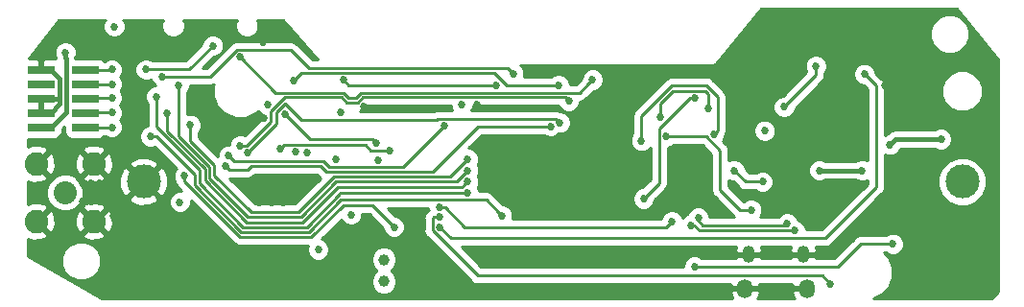
<source format=gbr>
G04 #@! TF.GenerationSoftware,KiCad,Pcbnew,5.0.2-bee76a0~70~ubuntu18.04.1*
G04 #@! TF.CreationDate,2019-04-01T00:38:36-04:00*
G04 #@! TF.ProjectId,L-Clip-V0,4c2d436c-6970-42d5-9630-2e6b69636164,rev?*
G04 #@! TF.SameCoordinates,Original*
G04 #@! TF.FileFunction,Copper,L4,Bot*
G04 #@! TF.FilePolarity,Positive*
%FSLAX46Y46*%
G04 Gerber Fmt 4.6, Leading zero omitted, Abs format (unit mm)*
G04 Created by KiCad (PCBNEW 5.0.2-bee76a0~70~ubuntu18.04.1) date Mon 01 Apr 2019 12:38:36 AM EDT*
%MOMM*%
%LPD*%
G01*
G04 APERTURE LIST*
G04 #@! TA.AperFunction,ComponentPad*
%ADD10C,2.082800*%
G04 #@! TD*
G04 #@! TA.AperFunction,ComponentPad*
%ADD11C,2.032000*%
G04 #@! TD*
G04 #@! TA.AperFunction,SMDPad,CuDef*
%ADD12R,2.400000X0.740000*%
G04 #@! TD*
G04 #@! TA.AperFunction,ComponentPad*
%ADD13O,1.100000X1.500000*%
G04 #@! TD*
G04 #@! TA.AperFunction,ComponentPad*
%ADD14O,1.350000X1.700000*%
G04 #@! TD*
G04 #@! TA.AperFunction,ComponentPad*
%ADD15C,1.000000*%
G04 #@! TD*
G04 #@! TA.AperFunction,ComponentPad*
%ADD16C,3.000000*%
G04 #@! TD*
G04 #@! TA.AperFunction,ViaPad*
%ADD17C,0.685800*%
G04 #@! TD*
G04 #@! TA.AperFunction,Conductor*
%ADD18C,0.254000*%
G04 #@! TD*
G04 #@! TA.AperFunction,Conductor*
%ADD19C,0.381000*%
G04 #@! TD*
G04 #@! TA.AperFunction,Conductor*
%ADD20C,0.250000*%
G04 #@! TD*
G04 APERTURE END LIST*
D10*
G04 #@! TO.P,J1,5*
G04 #@! TO.N,GND*
X108420000Y-95500000D03*
G04 #@! TO.P,J1,4*
X113500000Y-95500000D03*
G04 #@! TO.P,J1,3*
X113500000Y-90420000D03*
G04 #@! TO.P,J1,2*
X108420000Y-90420000D03*
D11*
G04 #@! TO.P,J1,1*
G04 #@! TO.N,Net-(C29-Pad1)*
X110960000Y-92960000D03*
G04 #@! TD*
D12*
G04 #@! TO.P,J2,1*
G04 #@! TO.N,+3V3*
X108850000Y-87190000D03*
G04 #@! TO.P,J2,2*
G04 #@! TO.N,Net-(J2-Pad2)*
X112750000Y-87190000D03*
G04 #@! TO.P,J2,3*
G04 #@! TO.N,GND*
X108850000Y-85920000D03*
G04 #@! TO.P,J2,4*
G04 #@! TO.N,Net-(J2-Pad4)*
X112750000Y-85920000D03*
G04 #@! TO.P,J2,5*
G04 #@! TO.N,GND*
X108850000Y-84650000D03*
G04 #@! TO.P,J2,6*
G04 #@! TO.N,Net-(J2-Pad6)*
X112750000Y-84650000D03*
G04 #@! TO.P,J2,7*
G04 #@! TO.N,Net-(J2-Pad7)*
X108850000Y-83380000D03*
G04 #@! TO.P,J2,8*
G04 #@! TO.N,Net-(J2-Pad8)*
X112750000Y-83380000D03*
G04 #@! TO.P,J2,9*
G04 #@! TO.N,GND*
X108850000Y-82110000D03*
G04 #@! TO.P,J2,10*
G04 #@! TO.N,Net-(J2-Pad10)*
X112750000Y-82110000D03*
G04 #@! TD*
D13*
G04 #@! TO.P,J3,6*
G04 #@! TO.N,GND*
X171255000Y-98415000D03*
X176095000Y-98415000D03*
D14*
X170945000Y-101415000D03*
X176405000Y-101415000D03*
G04 #@! TD*
D15*
G04 #@! TO.P,Y3,1*
G04 #@! TO.N,Net-(C31-Pad1)*
X139100000Y-98900000D03*
G04 #@! TO.P,Y3,2*
G04 #@! TO.N,Net-(C30-Pad1)*
X139100000Y-100800000D03*
G04 #@! TD*
D16*
G04 #@! TO.P,BT1,1*
G04 #@! TO.N,+BATT*
X190110000Y-92000000D03*
G04 #@! TO.P,BT1,2*
G04 #@! TO.N,GND*
X117890000Y-92000000D03*
G04 #@! TD*
D17*
G04 #@! TO.N,GND*
X166400000Y-90600000D03*
X165200000Y-90600000D03*
X166400000Y-89500000D03*
X165200000Y-89500000D03*
X130200000Y-91600000D03*
X129200000Y-91600000D03*
X128100000Y-91600000D03*
X128100000Y-93800000D03*
X130200000Y-93800000D03*
X129200000Y-93800000D03*
X130200000Y-92700000D03*
X128100000Y-92700000D03*
X152100000Y-89400000D03*
X150500000Y-89400000D03*
X148900000Y-89400000D03*
X148900000Y-91000000D03*
X152100000Y-92600000D03*
X150500000Y-92600000D03*
X148900000Y-92600000D03*
X152100000Y-91000000D03*
X150500000Y-91000000D03*
X186100000Y-86200000D03*
X186100000Y-85400000D03*
X186900000Y-85400000D03*
X186900000Y-86200000D03*
X185300000Y-86200000D03*
X185300000Y-85400000D03*
X135300000Y-85900000D03*
X122500000Y-94900000D03*
X126300000Y-99400000D03*
X138200000Y-96200000D03*
X179500000Y-83750000D03*
X174500000Y-82750000D03*
X184250000Y-81750000D03*
X183250000Y-83500000D03*
X187250000Y-99500000D03*
X184250000Y-94250000D03*
X168500000Y-94500000D03*
X162000000Y-84000000D03*
X186750000Y-92000000D03*
X162500000Y-90400000D03*
X120000000Y-95000000D03*
X171500000Y-89000000D03*
X109600000Y-79900000D03*
X121500000Y-79800000D03*
X128400000Y-79700000D03*
X130000000Y-99800000D03*
X143750000Y-101300000D03*
X132350000Y-89450000D03*
X134900000Y-90000000D03*
X134973468Y-96210430D03*
X128472164Y-86401484D03*
X129171884Y-92680861D03*
X163500000Y-94500000D03*
X137337918Y-85337919D03*
X147300000Y-85217690D03*
X135000000Y-97500000D03*
X177000000Y-95500000D03*
X177100000Y-85700000D03*
X112500000Y-93750000D03*
X113250000Y-93750000D03*
X114000000Y-93750000D03*
X112500000Y-92150000D03*
X113250000Y-92150000D03*
X114000000Y-92150000D03*
X114750000Y-92150000D03*
X115450000Y-92600000D03*
X115950000Y-93300000D03*
X114700000Y-94300000D03*
X115200000Y-95000000D03*
X116450000Y-94000000D03*
X115700000Y-95700000D03*
X116200000Y-96400000D03*
X116750000Y-97150000D03*
X117000000Y-94700000D03*
X117450000Y-95400000D03*
X117950000Y-96100000D03*
X118450000Y-96800000D03*
X117200000Y-97850000D03*
X117750000Y-98550000D03*
X118050000Y-99350000D03*
X118050000Y-100150000D03*
X118050000Y-100900000D03*
X118600000Y-95400000D03*
X118600000Y-94650000D03*
X119350000Y-94300000D03*
X118850000Y-101550000D03*
X119600000Y-101550000D03*
X120350000Y-101550000D03*
X177090000Y-84900000D03*
G04 #@! TO.N,+3V3*
X172700000Y-87500000D03*
X111000000Y-80600000D03*
X133300000Y-98000000D03*
X136200000Y-94900000D03*
X131291082Y-89379411D03*
X128815559Y-85229609D03*
X121100000Y-93800000D03*
X115300000Y-78300000D03*
X138600000Y-90099989D03*
X145969066Y-85217690D03*
G04 #@! TO.N,TCXO_POWER*
X149000000Y-83500000D03*
X135500000Y-83000000D03*
G04 #@! TO.N,ADC_DIVIDER*
X144000000Y-94244601D03*
X164500000Y-95500000D03*
X166500000Y-99500000D03*
X184000000Y-97500000D03*
G04 #@! TO.N,Net-(J2-Pad2)*
X115100000Y-87200000D03*
G04 #@! TO.N,Net-(J2-Pad4)*
X115100000Y-85900000D03*
G04 #@! TO.N,Net-(J2-Pad6)*
X115100000Y-84600000D03*
G04 #@! TO.N,Net-(J2-Pad8)*
X115100000Y-83400000D03*
G04 #@! TO.N,Net-(J2-Pad10)*
X115100000Y-82100000D03*
G04 #@! TO.N,/ESP32/MTCK*
X120000000Y-86000000D03*
X146500000Y-92000000D03*
G04 #@! TO.N,/ESP32/MTMS*
X122000000Y-87000000D03*
X146500000Y-90000000D03*
G04 #@! TO.N,/ESP32/MTDO*
X119000000Y-84500000D03*
X146500000Y-93000000D03*
G04 #@! TO.N,/ESP32/MTDI*
X121000000Y-83500000D03*
X146500000Y-91000000D03*
G04 #@! TO.N,/ESP32/STATUS_LED_RED*
X119500000Y-82722300D03*
X150500000Y-82477700D03*
G04 #@! TO.N,/ESP32/STATUS_LED_GREEN*
X118500000Y-88000000D03*
X149500000Y-95000000D03*
G04 #@! TO.N,/ESP32/BUTTON*
X140000000Y-96000000D03*
X121500000Y-91500000D03*
G04 #@! TO.N,ADC_ENABLE*
X144000000Y-95082804D03*
X178500000Y-101000000D03*
G04 #@! TO.N,TURBO_CHARGE*
X144000000Y-96000000D03*
X181500000Y-82500000D03*
G04 #@! TO.N,CC12XX_RESET*
X131100000Y-83100000D03*
X154500000Y-83500000D03*
G04 #@! TO.N,CC12XX_GPIO3*
X139600000Y-89222310D03*
X129950610Y-89100000D03*
G04 #@! TO.N,CC12XX_GPIO2*
X138400000Y-88600000D03*
X130360696Y-86019385D03*
G04 #@! TO.N,CC12XX_MOSI*
X126400000Y-81000000D03*
X157500000Y-83000000D03*
G04 #@! TO.N,CC12XX_SCLK*
X127102235Y-89416976D03*
X154600000Y-86800000D03*
G04 #@! TO.N,CC12XX_MISO*
X155400000Y-84900000D03*
X126400000Y-88800000D03*
G04 #@! TO.N,CC12XX_GPIO0*
X144400000Y-87100000D03*
X125400000Y-89700000D03*
G04 #@! TO.N,CC12XX_CS*
X125100000Y-90600000D03*
X153813971Y-87104897D03*
G04 #@! TO.N,USB_D-*
X174669144Y-95669144D03*
X166830856Y-95169144D03*
G04 #@! TO.N,USB_D+*
X175330856Y-96330856D03*
X166169144Y-95830856D03*
G04 #@! TO.N,Net-(R27-Pad1)*
X177200000Y-81800000D03*
X174400000Y-85400000D03*
G04 #@! TO.N,ESP32_EN*
X118100000Y-82100000D03*
X124000000Y-80000000D03*
G04 #@! TO.N,V_USB*
X177500000Y-91000000D03*
X181250000Y-91000000D03*
X183750000Y-88750000D03*
X188250000Y-88250000D03*
X170000000Y-91000000D03*
X172500000Y-92000000D03*
G04 #@! TO.N,/ESP32-Programmer/FTDI_3V*
X164000000Y-88000000D03*
X171500000Y-94500000D03*
G04 #@! TO.N,ESP32_GPIO0*
X166567463Y-84622300D03*
X162000000Y-93500000D03*
G04 #@! TO.N,Net-(Q3-Pad5)*
X163500000Y-86300000D03*
X167700000Y-85500000D03*
G04 #@! TO.N,UART_RXD*
X161800000Y-88400000D03*
X168200000Y-87800000D03*
G04 #@! TD*
D18*
G04 #@! TO.N,GND*
X108850000Y-84650000D02*
X109652922Y-84650000D01*
D19*
X109680000Y-85920000D02*
X110500000Y-85100000D01*
X108850000Y-85920000D02*
X109680000Y-85920000D01*
X109680000Y-82110000D02*
X108850000Y-82110000D01*
X110500000Y-82930000D02*
X109680000Y-82110000D01*
X110431000Y-84650000D02*
X110481000Y-84700000D01*
X110500000Y-85100000D02*
X110500000Y-84700000D01*
X110481000Y-84700000D02*
X110500000Y-84700000D01*
X108850000Y-84650000D02*
X110431000Y-84650000D01*
X110500000Y-84700000D02*
X110500000Y-82930000D01*
X108850000Y-82110000D02*
X108850000Y-80650000D01*
X108850000Y-80650000D02*
X109600000Y-79900000D01*
G04 #@! TO.N,+3V3*
X111033411Y-81118344D02*
X111000000Y-81084933D01*
X111000000Y-81084933D02*
X111000000Y-80600000D01*
X111033411Y-85836589D02*
X111033411Y-81118344D01*
X108850000Y-87190000D02*
X109680000Y-87190000D01*
X109680000Y-87190000D02*
X111033411Y-85836589D01*
D18*
G04 #@! TO.N,TCXO_POWER*
X136000000Y-83500000D02*
X149000000Y-83500000D01*
X135500000Y-83000000D02*
X136000000Y-83500000D01*
G04 #@! TO.N,ADC_DIVIDER*
X181133486Y-97500000D02*
X184000000Y-97500000D01*
X166500000Y-99500000D02*
X179133486Y-99500000D01*
X179133486Y-99500000D02*
X181133486Y-97500000D01*
X164000000Y-96000000D02*
X164500000Y-95500000D01*
X146240332Y-96000000D02*
X164000000Y-96000000D01*
X144000000Y-94244601D02*
X144484933Y-94244601D01*
X144484933Y-94244601D02*
X146240332Y-96000000D01*
G04 #@! TO.N,Net-(J2-Pad2)*
X112760000Y-87200000D02*
X112750000Y-87190000D01*
X115100000Y-87200000D02*
X112760000Y-87200000D01*
G04 #@! TO.N,Net-(J2-Pad4)*
X112770000Y-85900000D02*
X112750000Y-85920000D01*
X115100000Y-85900000D02*
X112770000Y-85900000D01*
G04 #@! TO.N,Net-(J2-Pad6)*
X112800000Y-84600000D02*
X112750000Y-84650000D01*
X115100000Y-84600000D02*
X112800000Y-84600000D01*
G04 #@! TO.N,Net-(J2-Pad8)*
X112770000Y-83400000D02*
X112750000Y-83380000D01*
X115100000Y-83400000D02*
X112770000Y-83400000D01*
G04 #@! TO.N,Net-(J2-Pad10)*
X112750000Y-82110000D02*
X115090000Y-82110000D01*
X115090000Y-82110000D02*
X115100000Y-82100000D01*
G04 #@! TO.N,/ESP32/MTCK*
X146157101Y-92342899D02*
X146500000Y-92000000D01*
X146000000Y-92500000D02*
X146157101Y-92342899D01*
X120000000Y-86000000D02*
X120000000Y-87570506D01*
X120000000Y-87570506D02*
X123319658Y-90890164D01*
X123319658Y-90890164D02*
X123319658Y-91919658D01*
X135000000Y-92500000D02*
X146000000Y-92500000D01*
X127000000Y-95600000D02*
X131900000Y-95600000D01*
X123319658Y-91919658D02*
X127000000Y-95600000D01*
X131900000Y-95600000D02*
X135000000Y-92500000D01*
G04 #@! TO.N,/ESP32/MTMS*
X146157101Y-90342899D02*
X146500000Y-90000000D01*
X134700000Y-91535121D02*
X144964879Y-91535121D01*
X122000000Y-87000000D02*
X122000000Y-88421006D01*
X122000000Y-88421006D02*
X124132477Y-90553483D01*
X124132477Y-91432477D02*
X127400000Y-94700000D01*
X144964879Y-91535121D02*
X146157101Y-90342899D01*
X127400000Y-94700000D02*
X131535121Y-94700000D01*
X124132477Y-90553483D02*
X124132477Y-91432477D01*
X131535121Y-94700000D02*
X134700000Y-91535121D01*
G04 #@! TO.N,/ESP32/MTDO*
X146015067Y-93000000D02*
X146500000Y-93000000D01*
X135200000Y-93000000D02*
X146015067Y-93000000D01*
X135200000Y-93100000D02*
X135200000Y-93000000D01*
X119000000Y-87145256D02*
X122806410Y-90951666D01*
X122806410Y-90951666D02*
X122806410Y-92141843D01*
X122806410Y-92141843D02*
X126670977Y-96006410D01*
X119000000Y-84500000D02*
X119000000Y-87145256D01*
X126670977Y-96006410D02*
X132293590Y-96006410D01*
X132293590Y-96006410D02*
X135200000Y-93100000D01*
G04 #@! TO.N,/ESP32/MTDI*
X145500000Y-92000000D02*
X146157101Y-91342899D01*
X131793590Y-95106410D02*
X134900000Y-92000000D01*
X146157101Y-91342899D02*
X146500000Y-91000000D01*
X127081160Y-95106410D02*
X131793590Y-95106410D01*
X134900000Y-92000000D02*
X145500000Y-92000000D01*
X123726067Y-91751317D02*
X127081160Y-95106410D01*
X123726067Y-90721823D02*
X123726067Y-91751317D01*
X121000000Y-87995756D02*
X123726067Y-90721823D01*
X121000000Y-83500000D02*
X121000000Y-87995756D01*
G04 #@! TO.N,/ESP32/STATUS_LED_RED*
X123756694Y-82722300D02*
X126101295Y-80377699D01*
X126101295Y-80377699D02*
X130877699Y-80377699D01*
X150157101Y-82134801D02*
X150500000Y-82477700D01*
X130877699Y-80377699D02*
X132471288Y-81971288D01*
X132471288Y-81971288D02*
X149993588Y-81971288D01*
X149993588Y-81971288D02*
X150157101Y-82134801D01*
X119500000Y-82722300D02*
X123756694Y-82722300D01*
G04 #@! TO.N,/ESP32/STATUS_LED_GREEN*
X149157101Y-94657101D02*
X149500000Y-95000000D01*
X148122301Y-93622301D02*
X149157101Y-94657101D01*
X135300000Y-93622301D02*
X148122301Y-93622301D01*
X118500000Y-88000000D02*
X119000000Y-88000000D01*
X119000000Y-88000000D02*
X122400000Y-91400000D01*
X122400000Y-91400000D02*
X122400000Y-92310183D01*
X122400000Y-92310183D02*
X126512118Y-96422301D01*
X126512118Y-96422301D02*
X132500000Y-96422301D01*
X132500000Y-96422301D02*
X135300000Y-93622301D01*
G04 #@! TO.N,/ESP32/BUTTON*
X138115984Y-94115984D02*
X140000000Y-96000000D01*
X135500000Y-94115984D02*
X138115984Y-94115984D01*
X132700000Y-96915984D02*
X135500000Y-94115984D01*
X126431051Y-96915984D02*
X132700000Y-96915984D01*
X121500000Y-91984933D02*
X126431051Y-96915984D01*
X121500000Y-91500000D02*
X121500000Y-91984933D01*
G04 #@! TO.N,ADC_ENABLE*
X177785590Y-100285590D02*
X178500000Y-101000000D01*
X147364584Y-100285590D02*
X177785590Y-100285590D01*
X143377699Y-96298705D02*
X147364584Y-100285590D01*
X143377699Y-95220172D02*
X143377699Y-96298705D01*
X143515067Y-95082804D02*
X143377699Y-95220172D01*
X144000000Y-95082804D02*
X143515067Y-95082804D01*
G04 #@! TO.N,TURBO_CHARGE*
X144000000Y-96000000D02*
X145000000Y-97000000D01*
X165000000Y-97000000D02*
X178000000Y-97000000D01*
X178000000Y-97000000D02*
X182500000Y-92500000D01*
X182500000Y-92500000D02*
X182500000Y-83500000D01*
X182500000Y-83500000D02*
X181500000Y-82500000D01*
X165000000Y-97000000D02*
X145000000Y-97000000D01*
G04 #@! TO.N,CC12XX_RESET*
X154015067Y-83500000D02*
X154500000Y-83500000D01*
X148798707Y-82377699D02*
X149921008Y-83500000D01*
X149921008Y-83500000D02*
X154015067Y-83500000D01*
X131100000Y-83100000D02*
X131822301Y-82377699D01*
X131822301Y-82377699D02*
X148798707Y-82377699D01*
G04 #@! TO.N,CC12XX_GPIO3*
X130293509Y-88757101D02*
X137457101Y-88757101D01*
X129950610Y-89100000D02*
X130293509Y-88757101D01*
X137922310Y-89222310D02*
X139600000Y-89222310D01*
X137457101Y-88757101D02*
X137922310Y-89222310D01*
G04 #@! TO.N,CC12XX_GPIO2*
X132598412Y-88257101D02*
X130703595Y-86362284D01*
X138400000Y-88600000D02*
X138057101Y-88257101D01*
X130703595Y-86362284D02*
X130360696Y-86019385D01*
X138057101Y-88257101D02*
X132598412Y-88257101D01*
G04 #@! TO.N,CC12XX_MOSI*
X129550691Y-84150691D02*
X135529685Y-84150691D01*
X135529685Y-84150691D02*
X136001295Y-84622301D01*
X137070315Y-84150691D02*
X156349309Y-84150691D01*
X136598705Y-84622301D02*
X137070315Y-84150691D01*
X126400000Y-81000000D02*
X129550691Y-84150691D01*
X156349309Y-84150691D02*
X157157101Y-83342899D01*
X136001295Y-84622301D02*
X136598705Y-84622301D01*
X157157101Y-83342899D02*
X157500000Y-83000000D01*
G04 #@! TO.N,CC12XX_SCLK*
X127102235Y-89416976D02*
X129600000Y-86919211D01*
X129600000Y-86919211D02*
X129600000Y-86500000D01*
X129600000Y-86500000D02*
X129600000Y-85900000D01*
X129600000Y-85900000D02*
X130400000Y-85100000D01*
X131822301Y-86522301D02*
X143777699Y-86522301D01*
X130400000Y-85100000D02*
X131822301Y-86522301D01*
X154277699Y-86477699D02*
X154600000Y-86800000D01*
X143777699Y-86522301D02*
X143822301Y-86477699D01*
X143822301Y-86477699D02*
X154277699Y-86477699D01*
G04 #@! TO.N,CC12XX_MISO*
X136767045Y-85028712D02*
X135832955Y-85028712D01*
X130368147Y-84557102D02*
X129122301Y-85802948D01*
X129122301Y-86698705D02*
X127021006Y-88800000D01*
X135832955Y-85028712D02*
X135361345Y-84557102D01*
X137238656Y-84557101D02*
X136767045Y-85028712D01*
X127021006Y-88800000D02*
X126884933Y-88800000D01*
X155400000Y-84900000D02*
X155057101Y-84557101D01*
X129122301Y-85802948D02*
X129122301Y-86698705D01*
X155057101Y-84557101D02*
X137238656Y-84557101D01*
X126884933Y-88800000D02*
X126400000Y-88800000D01*
X135361345Y-84557102D02*
X130368147Y-84557102D01*
G04 #@! TO.N,CC12XX_GPIO0*
X144400000Y-87100000D02*
X140777701Y-90722299D01*
X133777701Y-90200000D02*
X134300000Y-90722299D01*
X125900000Y-90200000D02*
X133777701Y-90200000D01*
X125400000Y-89700000D02*
X125900000Y-90200000D01*
X140777701Y-90722299D02*
X134300000Y-90722299D01*
G04 #@! TO.N,CC12XX_CS*
X125442899Y-90942899D02*
X125100000Y-90600000D01*
X127063511Y-90942899D02*
X125442899Y-90942899D01*
X153813971Y-87104897D02*
X147395103Y-87104897D01*
X147395103Y-87104897D02*
X143371290Y-91128710D01*
X143371290Y-91128710D02*
X134028710Y-91128710D01*
X134028710Y-91128710D02*
X133506410Y-90606410D01*
X133506410Y-90606410D02*
X127400000Y-90606410D01*
X127400000Y-90606410D02*
X127063511Y-90942899D01*
D20*
G04 #@! TO.N,USB_D-*
X174507432Y-95830856D02*
X167184410Y-95830856D01*
X166830856Y-95477302D02*
X166830856Y-95169144D01*
X167184410Y-95830856D02*
X166830856Y-95477302D01*
X174669144Y-95669144D02*
X174507432Y-95830856D01*
G04 #@! TO.N,USB_D+*
X166977302Y-96330856D02*
X166477302Y-95830856D01*
X175330856Y-96330856D02*
X166977302Y-96330856D01*
X166477302Y-95830856D02*
X166169144Y-95830856D01*
D18*
G04 #@! TO.N,Net-(R27-Pad1)*
X177200000Y-82600000D02*
X177200000Y-81800000D01*
X174400000Y-85400000D02*
X177200000Y-82600000D01*
G04 #@! TO.N,ESP32_EN*
X118100000Y-82100000D02*
X121900000Y-82100000D01*
X121900000Y-82100000D02*
X124000000Y-80000000D01*
D19*
G04 #@! TO.N,V_USB*
X177500000Y-91000000D02*
X181250000Y-91000000D01*
X183750000Y-88750000D02*
X184250000Y-88250000D01*
X184250000Y-88250000D02*
X188250000Y-88250000D01*
D18*
X170000000Y-91000000D02*
X171000000Y-92000000D01*
X171000000Y-92000000D02*
X172500000Y-92000000D01*
G04 #@! TO.N,/ESP32-Programmer/FTDI_3V*
X170500000Y-94500000D02*
X171500000Y-94500000D01*
X164000000Y-88000000D02*
X167500000Y-88000000D01*
X168750000Y-89250000D02*
X168750000Y-92750000D01*
X167500000Y-88000000D02*
X168750000Y-89250000D01*
X168750000Y-92750000D02*
X170500000Y-94500000D01*
G04 #@! TO.N,ESP32_GPIO0*
X166082530Y-84622300D02*
X166567463Y-84622300D01*
X163377699Y-87327131D02*
X166082530Y-84622300D01*
X163377699Y-92122301D02*
X163377699Y-87327131D01*
X162000000Y-93500000D02*
X163377699Y-92122301D01*
G04 #@! TO.N,Net-(Q3-Pad5)*
X163500000Y-86300000D02*
X163500000Y-85074750D01*
X163500000Y-85074750D02*
X164574750Y-84000000D01*
X164574750Y-84000000D02*
X167425250Y-84000000D01*
X167700000Y-84274750D02*
X167700000Y-85500000D01*
X167425250Y-84000000D02*
X167700000Y-84274750D01*
G04 #@! TO.N,UART_RXD*
X168542899Y-84542899D02*
X168542899Y-87457101D01*
X164500000Y-83500000D02*
X167500000Y-83500000D01*
X168542899Y-87457101D02*
X168200000Y-87800000D01*
X167500000Y-83500000D02*
X168542899Y-84542899D01*
X161800000Y-86200000D02*
X164500000Y-83500000D01*
X161800000Y-88400000D02*
X161800000Y-86200000D01*
G04 #@! TD*
G04 #@! TO.N,GND*
G36*
X193290001Y-81249056D02*
X193290000Y-101705908D01*
X192705910Y-102290000D01*
X182238428Y-102290000D01*
X182936833Y-102000711D01*
X183600711Y-101336833D01*
X183960000Y-100469433D01*
X183960000Y-99530567D01*
X183600711Y-98663167D01*
X183199544Y-98262000D01*
X183379041Y-98262000D01*
X183446064Y-98329023D01*
X183805484Y-98477900D01*
X184194516Y-98477900D01*
X184553936Y-98329023D01*
X184829023Y-98053936D01*
X184977900Y-97694516D01*
X184977900Y-97305484D01*
X184829023Y-96946064D01*
X184553936Y-96670977D01*
X184194516Y-96522100D01*
X183805484Y-96522100D01*
X183446064Y-96670977D01*
X183379041Y-96738000D01*
X181208528Y-96738000D01*
X181133485Y-96723073D01*
X181058442Y-96738000D01*
X181058438Y-96738000D01*
X180836169Y-96782212D01*
X180584115Y-96950629D01*
X180541604Y-97014251D01*
X178817856Y-98738000D01*
X177277938Y-98738000D01*
X177280680Y-98728883D01*
X177125148Y-98542000D01*
X176222000Y-98542000D01*
X176222000Y-98562000D01*
X175968000Y-98562000D01*
X175968000Y-98542000D01*
X175064852Y-98542000D01*
X174909320Y-98728883D01*
X174912062Y-98738000D01*
X172437938Y-98738000D01*
X172440680Y-98728883D01*
X172285148Y-98542000D01*
X171382000Y-98542000D01*
X171382000Y-98562000D01*
X171128000Y-98562000D01*
X171128000Y-98542000D01*
X170224852Y-98542000D01*
X170069320Y-98728883D01*
X170072062Y-98738000D01*
X167120959Y-98738000D01*
X167053936Y-98670977D01*
X166694516Y-98522100D01*
X166305484Y-98522100D01*
X165946064Y-98670977D01*
X165670977Y-98946064D01*
X165522100Y-99305484D01*
X165522100Y-99523590D01*
X147680215Y-99523590D01*
X145918625Y-97762000D01*
X170171295Y-97762000D01*
X170069320Y-98101117D01*
X170224852Y-98288000D01*
X171128000Y-98288000D01*
X171128000Y-98268000D01*
X171382000Y-98268000D01*
X171382000Y-98288000D01*
X172285148Y-98288000D01*
X172440680Y-98101117D01*
X172338705Y-97762000D01*
X175011295Y-97762000D01*
X174909320Y-98101117D01*
X175064852Y-98288000D01*
X175968000Y-98288000D01*
X175968000Y-98268000D01*
X176222000Y-98268000D01*
X176222000Y-98288000D01*
X177125148Y-98288000D01*
X177280680Y-98101117D01*
X177178705Y-97762000D01*
X177924957Y-97762000D01*
X178000000Y-97776927D01*
X178075043Y-97762000D01*
X178075048Y-97762000D01*
X178297317Y-97717788D01*
X178549371Y-97549371D01*
X178591883Y-97485747D01*
X182985750Y-93091881D01*
X183049371Y-93049371D01*
X183097127Y-92977900D01*
X183176151Y-92859631D01*
X183217788Y-92797317D01*
X183262000Y-92575048D01*
X183262000Y-92575044D01*
X183276927Y-92500001D01*
X183262000Y-92424958D01*
X183262000Y-91575322D01*
X187975000Y-91575322D01*
X187975000Y-92424678D01*
X188300034Y-93209380D01*
X188900620Y-93809966D01*
X189685322Y-94135000D01*
X190534678Y-94135000D01*
X191319380Y-93809966D01*
X191919966Y-93209380D01*
X192245000Y-92424678D01*
X192245000Y-91575322D01*
X191919966Y-90790620D01*
X191319380Y-90190034D01*
X190534678Y-89865000D01*
X189685322Y-89865000D01*
X188900620Y-90190034D01*
X188300034Y-90790620D01*
X187975000Y-91575322D01*
X183262000Y-91575322D01*
X183262000Y-89606335D01*
X183555484Y-89727900D01*
X183944516Y-89727900D01*
X184303936Y-89579023D01*
X184579023Y-89303936D01*
X184673645Y-89075500D01*
X187692541Y-89075500D01*
X187696064Y-89079023D01*
X188055484Y-89227900D01*
X188444516Y-89227900D01*
X188803936Y-89079023D01*
X189079023Y-88803936D01*
X189227900Y-88444516D01*
X189227900Y-88055484D01*
X189079023Y-87696064D01*
X188803936Y-87420977D01*
X188444516Y-87272100D01*
X188055484Y-87272100D01*
X187696064Y-87420977D01*
X187692541Y-87424500D01*
X184331303Y-87424500D01*
X184250000Y-87408328D01*
X183927905Y-87472396D01*
X183890609Y-87497317D01*
X183654848Y-87654848D01*
X183608791Y-87723777D01*
X183560468Y-87772100D01*
X183555484Y-87772100D01*
X183262000Y-87893665D01*
X183262000Y-83635990D01*
X188280000Y-83635990D01*
X188280000Y-84364010D01*
X188558601Y-85036612D01*
X189073388Y-85551399D01*
X189745990Y-85830000D01*
X190474010Y-85830000D01*
X191146612Y-85551399D01*
X191661399Y-85036612D01*
X191940000Y-84364010D01*
X191940000Y-83635990D01*
X191661399Y-82963388D01*
X191146612Y-82448601D01*
X190474010Y-82170000D01*
X189745990Y-82170000D01*
X189073388Y-82448601D01*
X188558601Y-82963388D01*
X188280000Y-83635990D01*
X183262000Y-83635990D01*
X183262000Y-83575047D01*
X183276928Y-83500000D01*
X183262000Y-83424952D01*
X183217788Y-83202683D01*
X183128853Y-83069582D01*
X183091882Y-83014251D01*
X183049371Y-82950629D01*
X182985749Y-82908118D01*
X182477900Y-82400270D01*
X182477900Y-82305484D01*
X182329023Y-81946064D01*
X182053936Y-81670977D01*
X181694516Y-81522100D01*
X181305484Y-81522100D01*
X180946064Y-81670977D01*
X180670977Y-81946064D01*
X180522100Y-82305484D01*
X180522100Y-82694516D01*
X180670977Y-83053936D01*
X180946064Y-83329023D01*
X181305484Y-83477900D01*
X181400270Y-83477900D01*
X181738001Y-83815632D01*
X181738000Y-90143665D01*
X181444516Y-90022100D01*
X181055484Y-90022100D01*
X180696064Y-90170977D01*
X180692541Y-90174500D01*
X178057459Y-90174500D01*
X178053936Y-90170977D01*
X177694516Y-90022100D01*
X177305484Y-90022100D01*
X176946064Y-90170977D01*
X176670977Y-90446064D01*
X176522100Y-90805484D01*
X176522100Y-91194516D01*
X176670977Y-91553936D01*
X176946064Y-91829023D01*
X177305484Y-91977900D01*
X177694516Y-91977900D01*
X178053936Y-91829023D01*
X178057459Y-91825500D01*
X180692541Y-91825500D01*
X180696064Y-91829023D01*
X181055484Y-91977900D01*
X181444516Y-91977900D01*
X181738000Y-91856335D01*
X181738000Y-92184369D01*
X177684370Y-96238000D01*
X176308756Y-96238000D01*
X176308756Y-96136340D01*
X176159879Y-95776920D01*
X175884792Y-95501833D01*
X175611407Y-95388593D01*
X175498167Y-95115208D01*
X175223080Y-94840121D01*
X174863660Y-94691244D01*
X174474628Y-94691244D01*
X174115208Y-94840121D01*
X173884473Y-95070856D01*
X172312103Y-95070856D01*
X172329023Y-95053936D01*
X172477900Y-94694516D01*
X172477900Y-94305484D01*
X172329023Y-93946064D01*
X172053936Y-93670977D01*
X171694516Y-93522100D01*
X171305484Y-93522100D01*
X170946064Y-93670977D01*
X170879041Y-93738000D01*
X170815631Y-93738000D01*
X169512000Y-92434370D01*
X169512000Y-91856335D01*
X169805484Y-91977900D01*
X169900270Y-91977900D01*
X170408117Y-92485748D01*
X170450629Y-92549371D01*
X170702683Y-92717788D01*
X170924952Y-92762000D01*
X170924953Y-92762000D01*
X171000000Y-92776928D01*
X171075047Y-92762000D01*
X171879041Y-92762000D01*
X171946064Y-92829023D01*
X172305484Y-92977900D01*
X172694516Y-92977900D01*
X173053936Y-92829023D01*
X173329023Y-92553936D01*
X173477900Y-92194516D01*
X173477900Y-91805484D01*
X173329023Y-91446064D01*
X173053936Y-91170977D01*
X172694516Y-91022100D01*
X172305484Y-91022100D01*
X171946064Y-91170977D01*
X171879041Y-91238000D01*
X171315631Y-91238000D01*
X170977900Y-90900270D01*
X170977900Y-90805484D01*
X170829023Y-90446064D01*
X170553936Y-90170977D01*
X170194516Y-90022100D01*
X169805484Y-90022100D01*
X169512000Y-90143665D01*
X169512000Y-89325043D01*
X169526927Y-89250000D01*
X169512000Y-89174957D01*
X169512000Y-89174952D01*
X169467788Y-88952683D01*
X169370093Y-88806472D01*
X169341882Y-88764251D01*
X169299371Y-88700629D01*
X169235750Y-88658119D01*
X168980295Y-88402664D01*
X169029023Y-88353936D01*
X169177900Y-87994516D01*
X169177900Y-87878318D01*
X169210838Y-87829023D01*
X169260686Y-87754420D01*
X169260686Y-87754419D01*
X169260687Y-87754418D01*
X169304899Y-87532149D01*
X169304899Y-87532145D01*
X169319826Y-87457102D01*
X169304899Y-87382059D01*
X169304899Y-87305484D01*
X171722100Y-87305484D01*
X171722100Y-87694516D01*
X171870977Y-88053936D01*
X172146064Y-88329023D01*
X172505484Y-88477900D01*
X172894516Y-88477900D01*
X173253936Y-88329023D01*
X173529023Y-88053936D01*
X173677900Y-87694516D01*
X173677900Y-87305484D01*
X173529023Y-86946064D01*
X173253936Y-86670977D01*
X172894516Y-86522100D01*
X172505484Y-86522100D01*
X172146064Y-86670977D01*
X171870977Y-86946064D01*
X171722100Y-87305484D01*
X169304899Y-87305484D01*
X169304899Y-85205484D01*
X173422100Y-85205484D01*
X173422100Y-85594516D01*
X173570977Y-85953936D01*
X173846064Y-86229023D01*
X174205484Y-86377900D01*
X174594516Y-86377900D01*
X174953936Y-86229023D01*
X175229023Y-85953936D01*
X175377900Y-85594516D01*
X175377900Y-85499730D01*
X177685750Y-83191881D01*
X177749371Y-83149371D01*
X177793931Y-83082683D01*
X177890732Y-82937809D01*
X177917788Y-82897317D01*
X177962000Y-82675048D01*
X177962000Y-82675043D01*
X177976927Y-82600000D01*
X177962000Y-82524957D01*
X177962000Y-82420959D01*
X178029023Y-82353936D01*
X178177900Y-81994516D01*
X178177900Y-81605484D01*
X178029023Y-81246064D01*
X177753936Y-80970977D01*
X177394516Y-80822100D01*
X177005484Y-80822100D01*
X176646064Y-80970977D01*
X176370977Y-81246064D01*
X176222100Y-81605484D01*
X176222100Y-81994516D01*
X176370232Y-82352137D01*
X174300270Y-84422100D01*
X174205484Y-84422100D01*
X173846064Y-84570977D01*
X173570977Y-84846064D01*
X173422100Y-85205484D01*
X169304899Y-85205484D01*
X169304899Y-84617942D01*
X169319826Y-84542899D01*
X169304899Y-84467856D01*
X169304899Y-84467851D01*
X169260687Y-84245582D01*
X169092270Y-83993528D01*
X169028649Y-83951018D01*
X168091883Y-83014253D01*
X168049371Y-82950629D01*
X167797317Y-82782212D01*
X167575048Y-82738000D01*
X167575043Y-82738000D01*
X167500000Y-82723073D01*
X167424957Y-82738000D01*
X164575047Y-82738000D01*
X164500000Y-82723072D01*
X164424953Y-82738000D01*
X164424952Y-82738000D01*
X164202683Y-82782212D01*
X164149440Y-82817788D01*
X164030415Y-82897318D01*
X163950629Y-82950629D01*
X163908118Y-83014251D01*
X161314251Y-85608119D01*
X161250630Y-85650629D01*
X161208119Y-85714251D01*
X161208118Y-85714252D01*
X161082213Y-85902683D01*
X161023073Y-86200000D01*
X161038001Y-86275048D01*
X161038000Y-87779041D01*
X160970977Y-87846064D01*
X160822100Y-88205484D01*
X160822100Y-88594516D01*
X160970977Y-88953936D01*
X161246064Y-89229023D01*
X161605484Y-89377900D01*
X161994516Y-89377900D01*
X162353936Y-89229023D01*
X162615700Y-88967259D01*
X162615699Y-91806670D01*
X161900270Y-92522100D01*
X161805484Y-92522100D01*
X161446064Y-92670977D01*
X161170977Y-92946064D01*
X161022100Y-93305484D01*
X161022100Y-93694516D01*
X161170977Y-94053936D01*
X161446064Y-94329023D01*
X161805484Y-94477900D01*
X162194516Y-94477900D01*
X162553936Y-94329023D01*
X162829023Y-94053936D01*
X162977900Y-93694516D01*
X162977900Y-93599730D01*
X163863449Y-92714182D01*
X163927070Y-92671672D01*
X164095487Y-92419618D01*
X164139699Y-92197349D01*
X164139699Y-92197348D01*
X164154627Y-92122301D01*
X164139699Y-92047254D01*
X164139699Y-88977900D01*
X164194516Y-88977900D01*
X164553936Y-88829023D01*
X164620959Y-88762000D01*
X167184370Y-88762000D01*
X167988000Y-89565631D01*
X167988001Y-92674952D01*
X167973073Y-92750000D01*
X168032213Y-93047317D01*
X168117249Y-93174582D01*
X168200630Y-93299371D01*
X168264251Y-93341881D01*
X169908118Y-94985749D01*
X169950629Y-95049371D01*
X169982784Y-95070856D01*
X167808756Y-95070856D01*
X167808756Y-94974628D01*
X167659879Y-94615208D01*
X167384792Y-94340121D01*
X167025372Y-94191244D01*
X166636340Y-94191244D01*
X166276920Y-94340121D01*
X166001833Y-94615208D01*
X165888593Y-94888593D01*
X165615208Y-95001833D01*
X165429179Y-95187862D01*
X165329023Y-94946064D01*
X165053936Y-94670977D01*
X164694516Y-94522100D01*
X164305484Y-94522100D01*
X163946064Y-94670977D01*
X163670977Y-94946064D01*
X163550053Y-95238000D01*
X150459888Y-95238000D01*
X150477900Y-95194516D01*
X150477900Y-94805484D01*
X150329023Y-94446064D01*
X150053936Y-94170977D01*
X149694516Y-94022100D01*
X149599731Y-94022100D01*
X148714184Y-93136554D01*
X148671672Y-93072930D01*
X148419618Y-92904513D01*
X148197349Y-92860301D01*
X148197344Y-92860301D01*
X148122301Y-92845374D01*
X148047258Y-92860301D01*
X147477900Y-92860301D01*
X147477900Y-92805484D01*
X147351364Y-92500000D01*
X147477900Y-92194516D01*
X147477900Y-91805484D01*
X147351364Y-91500000D01*
X147477900Y-91194516D01*
X147477900Y-90805484D01*
X147351364Y-90500000D01*
X147477900Y-90194516D01*
X147477900Y-89805484D01*
X147329023Y-89446064D01*
X147053936Y-89170977D01*
X146694516Y-89022100D01*
X146555531Y-89022100D01*
X147710734Y-87866897D01*
X153193012Y-87866897D01*
X153260035Y-87933920D01*
X153619455Y-88082797D01*
X154008487Y-88082797D01*
X154367907Y-87933920D01*
X154523927Y-87777900D01*
X154794516Y-87777900D01*
X155153936Y-87629023D01*
X155429023Y-87353936D01*
X155577900Y-86994516D01*
X155577900Y-86605484D01*
X155429023Y-86246064D01*
X155153936Y-85970977D01*
X154794516Y-85822100D01*
X154668088Y-85822100D01*
X154575016Y-85759911D01*
X154352747Y-85715699D01*
X154352742Y-85715699D01*
X154277699Y-85700772D01*
X154202656Y-85715699D01*
X146821255Y-85715699D01*
X146946966Y-85412206D01*
X146946966Y-85319101D01*
X154515126Y-85319101D01*
X154570977Y-85453936D01*
X154846064Y-85729023D01*
X155205484Y-85877900D01*
X155594516Y-85877900D01*
X155953936Y-85729023D01*
X156229023Y-85453936D01*
X156377900Y-85094516D01*
X156377900Y-84921931D01*
X156424352Y-84912691D01*
X156424357Y-84912691D01*
X156646626Y-84868479D01*
X156898680Y-84700062D01*
X156941192Y-84636438D01*
X157599731Y-83977900D01*
X157694516Y-83977900D01*
X158053936Y-83829023D01*
X158329023Y-83553936D01*
X158477900Y-83194516D01*
X158477900Y-82805484D01*
X158329023Y-82446064D01*
X158053936Y-82170977D01*
X157694516Y-82022100D01*
X157305484Y-82022100D01*
X156946064Y-82170977D01*
X156670977Y-82446064D01*
X156522100Y-82805484D01*
X156522100Y-82900269D01*
X156033679Y-83388691D01*
X155477900Y-83388691D01*
X155477900Y-83305484D01*
X155329023Y-82946064D01*
X155053936Y-82670977D01*
X154694516Y-82522100D01*
X154305484Y-82522100D01*
X153946064Y-82670977D01*
X153879041Y-82738000D01*
X151450651Y-82738000D01*
X151477900Y-82672216D01*
X151477900Y-82283184D01*
X151329023Y-81923764D01*
X151115259Y-81710000D01*
X167969575Y-81710000D01*
X168079942Y-81719481D01*
X168177075Y-81688687D01*
X168277028Y-81668805D01*
X168310650Y-81646339D01*
X168349190Y-81634121D01*
X168427145Y-81568500D01*
X168511881Y-81511881D01*
X168573432Y-81419763D01*
X170825333Y-78604887D01*
X187265000Y-78604887D01*
X187265000Y-79295113D01*
X187529138Y-79932799D01*
X188017201Y-80420862D01*
X188654887Y-80685000D01*
X189345113Y-80685000D01*
X189982799Y-80420862D01*
X190470862Y-79932799D01*
X190735000Y-79295113D01*
X190735000Y-78604887D01*
X190470862Y-77967201D01*
X189982799Y-77479138D01*
X189345113Y-77215000D01*
X188654887Y-77215000D01*
X188017201Y-77479138D01*
X187529138Y-77967201D01*
X187265000Y-78604887D01*
X170825333Y-78604887D01*
X172341244Y-76710000D01*
X189658757Y-76710000D01*
X193290001Y-81249056D01*
X193290001Y-81249056D01*
G37*
X193290001Y-81249056D02*
X193290000Y-101705908D01*
X192705910Y-102290000D01*
X182238428Y-102290000D01*
X182936833Y-102000711D01*
X183600711Y-101336833D01*
X183960000Y-100469433D01*
X183960000Y-99530567D01*
X183600711Y-98663167D01*
X183199544Y-98262000D01*
X183379041Y-98262000D01*
X183446064Y-98329023D01*
X183805484Y-98477900D01*
X184194516Y-98477900D01*
X184553936Y-98329023D01*
X184829023Y-98053936D01*
X184977900Y-97694516D01*
X184977900Y-97305484D01*
X184829023Y-96946064D01*
X184553936Y-96670977D01*
X184194516Y-96522100D01*
X183805484Y-96522100D01*
X183446064Y-96670977D01*
X183379041Y-96738000D01*
X181208528Y-96738000D01*
X181133485Y-96723073D01*
X181058442Y-96738000D01*
X181058438Y-96738000D01*
X180836169Y-96782212D01*
X180584115Y-96950629D01*
X180541604Y-97014251D01*
X178817856Y-98738000D01*
X177277938Y-98738000D01*
X177280680Y-98728883D01*
X177125148Y-98542000D01*
X176222000Y-98542000D01*
X176222000Y-98562000D01*
X175968000Y-98562000D01*
X175968000Y-98542000D01*
X175064852Y-98542000D01*
X174909320Y-98728883D01*
X174912062Y-98738000D01*
X172437938Y-98738000D01*
X172440680Y-98728883D01*
X172285148Y-98542000D01*
X171382000Y-98542000D01*
X171382000Y-98562000D01*
X171128000Y-98562000D01*
X171128000Y-98542000D01*
X170224852Y-98542000D01*
X170069320Y-98728883D01*
X170072062Y-98738000D01*
X167120959Y-98738000D01*
X167053936Y-98670977D01*
X166694516Y-98522100D01*
X166305484Y-98522100D01*
X165946064Y-98670977D01*
X165670977Y-98946064D01*
X165522100Y-99305484D01*
X165522100Y-99523590D01*
X147680215Y-99523590D01*
X145918625Y-97762000D01*
X170171295Y-97762000D01*
X170069320Y-98101117D01*
X170224852Y-98288000D01*
X171128000Y-98288000D01*
X171128000Y-98268000D01*
X171382000Y-98268000D01*
X171382000Y-98288000D01*
X172285148Y-98288000D01*
X172440680Y-98101117D01*
X172338705Y-97762000D01*
X175011295Y-97762000D01*
X174909320Y-98101117D01*
X175064852Y-98288000D01*
X175968000Y-98288000D01*
X175968000Y-98268000D01*
X176222000Y-98268000D01*
X176222000Y-98288000D01*
X177125148Y-98288000D01*
X177280680Y-98101117D01*
X177178705Y-97762000D01*
X177924957Y-97762000D01*
X178000000Y-97776927D01*
X178075043Y-97762000D01*
X178075048Y-97762000D01*
X178297317Y-97717788D01*
X178549371Y-97549371D01*
X178591883Y-97485747D01*
X182985750Y-93091881D01*
X183049371Y-93049371D01*
X183097127Y-92977900D01*
X183176151Y-92859631D01*
X183217788Y-92797317D01*
X183262000Y-92575048D01*
X183262000Y-92575044D01*
X183276927Y-92500001D01*
X183262000Y-92424958D01*
X183262000Y-91575322D01*
X187975000Y-91575322D01*
X187975000Y-92424678D01*
X188300034Y-93209380D01*
X188900620Y-93809966D01*
X189685322Y-94135000D01*
X190534678Y-94135000D01*
X191319380Y-93809966D01*
X191919966Y-93209380D01*
X192245000Y-92424678D01*
X192245000Y-91575322D01*
X191919966Y-90790620D01*
X191319380Y-90190034D01*
X190534678Y-89865000D01*
X189685322Y-89865000D01*
X188900620Y-90190034D01*
X188300034Y-90790620D01*
X187975000Y-91575322D01*
X183262000Y-91575322D01*
X183262000Y-89606335D01*
X183555484Y-89727900D01*
X183944516Y-89727900D01*
X184303936Y-89579023D01*
X184579023Y-89303936D01*
X184673645Y-89075500D01*
X187692541Y-89075500D01*
X187696064Y-89079023D01*
X188055484Y-89227900D01*
X188444516Y-89227900D01*
X188803936Y-89079023D01*
X189079023Y-88803936D01*
X189227900Y-88444516D01*
X189227900Y-88055484D01*
X189079023Y-87696064D01*
X188803936Y-87420977D01*
X188444516Y-87272100D01*
X188055484Y-87272100D01*
X187696064Y-87420977D01*
X187692541Y-87424500D01*
X184331303Y-87424500D01*
X184250000Y-87408328D01*
X183927905Y-87472396D01*
X183890609Y-87497317D01*
X183654848Y-87654848D01*
X183608791Y-87723777D01*
X183560468Y-87772100D01*
X183555484Y-87772100D01*
X183262000Y-87893665D01*
X183262000Y-83635990D01*
X188280000Y-83635990D01*
X188280000Y-84364010D01*
X188558601Y-85036612D01*
X189073388Y-85551399D01*
X189745990Y-85830000D01*
X190474010Y-85830000D01*
X191146612Y-85551399D01*
X191661399Y-85036612D01*
X191940000Y-84364010D01*
X191940000Y-83635990D01*
X191661399Y-82963388D01*
X191146612Y-82448601D01*
X190474010Y-82170000D01*
X189745990Y-82170000D01*
X189073388Y-82448601D01*
X188558601Y-82963388D01*
X188280000Y-83635990D01*
X183262000Y-83635990D01*
X183262000Y-83575047D01*
X183276928Y-83500000D01*
X183262000Y-83424952D01*
X183217788Y-83202683D01*
X183128853Y-83069582D01*
X183091882Y-83014251D01*
X183049371Y-82950629D01*
X182985749Y-82908118D01*
X182477900Y-82400270D01*
X182477900Y-82305484D01*
X182329023Y-81946064D01*
X182053936Y-81670977D01*
X181694516Y-81522100D01*
X181305484Y-81522100D01*
X180946064Y-81670977D01*
X180670977Y-81946064D01*
X180522100Y-82305484D01*
X180522100Y-82694516D01*
X180670977Y-83053936D01*
X180946064Y-83329023D01*
X181305484Y-83477900D01*
X181400270Y-83477900D01*
X181738001Y-83815632D01*
X181738000Y-90143665D01*
X181444516Y-90022100D01*
X181055484Y-90022100D01*
X180696064Y-90170977D01*
X180692541Y-90174500D01*
X178057459Y-90174500D01*
X178053936Y-90170977D01*
X177694516Y-90022100D01*
X177305484Y-90022100D01*
X176946064Y-90170977D01*
X176670977Y-90446064D01*
X176522100Y-90805484D01*
X176522100Y-91194516D01*
X176670977Y-91553936D01*
X176946064Y-91829023D01*
X177305484Y-91977900D01*
X177694516Y-91977900D01*
X178053936Y-91829023D01*
X178057459Y-91825500D01*
X180692541Y-91825500D01*
X180696064Y-91829023D01*
X181055484Y-91977900D01*
X181444516Y-91977900D01*
X181738000Y-91856335D01*
X181738000Y-92184369D01*
X177684370Y-96238000D01*
X176308756Y-96238000D01*
X176308756Y-96136340D01*
X176159879Y-95776920D01*
X175884792Y-95501833D01*
X175611407Y-95388593D01*
X175498167Y-95115208D01*
X175223080Y-94840121D01*
X174863660Y-94691244D01*
X174474628Y-94691244D01*
X174115208Y-94840121D01*
X173884473Y-95070856D01*
X172312103Y-95070856D01*
X172329023Y-95053936D01*
X172477900Y-94694516D01*
X172477900Y-94305484D01*
X172329023Y-93946064D01*
X172053936Y-93670977D01*
X171694516Y-93522100D01*
X171305484Y-93522100D01*
X170946064Y-93670977D01*
X170879041Y-93738000D01*
X170815631Y-93738000D01*
X169512000Y-92434370D01*
X169512000Y-91856335D01*
X169805484Y-91977900D01*
X169900270Y-91977900D01*
X170408117Y-92485748D01*
X170450629Y-92549371D01*
X170702683Y-92717788D01*
X170924952Y-92762000D01*
X170924953Y-92762000D01*
X171000000Y-92776928D01*
X171075047Y-92762000D01*
X171879041Y-92762000D01*
X171946064Y-92829023D01*
X172305484Y-92977900D01*
X172694516Y-92977900D01*
X173053936Y-92829023D01*
X173329023Y-92553936D01*
X173477900Y-92194516D01*
X173477900Y-91805484D01*
X173329023Y-91446064D01*
X173053936Y-91170977D01*
X172694516Y-91022100D01*
X172305484Y-91022100D01*
X171946064Y-91170977D01*
X171879041Y-91238000D01*
X171315631Y-91238000D01*
X170977900Y-90900270D01*
X170977900Y-90805484D01*
X170829023Y-90446064D01*
X170553936Y-90170977D01*
X170194516Y-90022100D01*
X169805484Y-90022100D01*
X169512000Y-90143665D01*
X169512000Y-89325043D01*
X169526927Y-89250000D01*
X169512000Y-89174957D01*
X169512000Y-89174952D01*
X169467788Y-88952683D01*
X169370093Y-88806472D01*
X169341882Y-88764251D01*
X169299371Y-88700629D01*
X169235750Y-88658119D01*
X168980295Y-88402664D01*
X169029023Y-88353936D01*
X169177900Y-87994516D01*
X169177900Y-87878318D01*
X169210838Y-87829023D01*
X169260686Y-87754420D01*
X169260686Y-87754419D01*
X169260687Y-87754418D01*
X169304899Y-87532149D01*
X169304899Y-87532145D01*
X169319826Y-87457102D01*
X169304899Y-87382059D01*
X169304899Y-87305484D01*
X171722100Y-87305484D01*
X171722100Y-87694516D01*
X171870977Y-88053936D01*
X172146064Y-88329023D01*
X172505484Y-88477900D01*
X172894516Y-88477900D01*
X173253936Y-88329023D01*
X173529023Y-88053936D01*
X173677900Y-87694516D01*
X173677900Y-87305484D01*
X173529023Y-86946064D01*
X173253936Y-86670977D01*
X172894516Y-86522100D01*
X172505484Y-86522100D01*
X172146064Y-86670977D01*
X171870977Y-86946064D01*
X171722100Y-87305484D01*
X169304899Y-87305484D01*
X169304899Y-85205484D01*
X173422100Y-85205484D01*
X173422100Y-85594516D01*
X173570977Y-85953936D01*
X173846064Y-86229023D01*
X174205484Y-86377900D01*
X174594516Y-86377900D01*
X174953936Y-86229023D01*
X175229023Y-85953936D01*
X175377900Y-85594516D01*
X175377900Y-85499730D01*
X177685750Y-83191881D01*
X177749371Y-83149371D01*
X177793931Y-83082683D01*
X177890732Y-82937809D01*
X177917788Y-82897317D01*
X177962000Y-82675048D01*
X177962000Y-82675043D01*
X177976927Y-82600000D01*
X177962000Y-82524957D01*
X177962000Y-82420959D01*
X178029023Y-82353936D01*
X178177900Y-81994516D01*
X178177900Y-81605484D01*
X178029023Y-81246064D01*
X177753936Y-80970977D01*
X177394516Y-80822100D01*
X177005484Y-80822100D01*
X176646064Y-80970977D01*
X176370977Y-81246064D01*
X176222100Y-81605484D01*
X176222100Y-81994516D01*
X176370232Y-82352137D01*
X174300270Y-84422100D01*
X174205484Y-84422100D01*
X173846064Y-84570977D01*
X173570977Y-84846064D01*
X173422100Y-85205484D01*
X169304899Y-85205484D01*
X169304899Y-84617942D01*
X169319826Y-84542899D01*
X169304899Y-84467856D01*
X169304899Y-84467851D01*
X169260687Y-84245582D01*
X169092270Y-83993528D01*
X169028649Y-83951018D01*
X168091883Y-83014253D01*
X168049371Y-82950629D01*
X167797317Y-82782212D01*
X167575048Y-82738000D01*
X167575043Y-82738000D01*
X167500000Y-82723073D01*
X167424957Y-82738000D01*
X164575047Y-82738000D01*
X164500000Y-82723072D01*
X164424953Y-82738000D01*
X164424952Y-82738000D01*
X164202683Y-82782212D01*
X164149440Y-82817788D01*
X164030415Y-82897318D01*
X163950629Y-82950629D01*
X163908118Y-83014251D01*
X161314251Y-85608119D01*
X161250630Y-85650629D01*
X161208119Y-85714251D01*
X161208118Y-85714252D01*
X161082213Y-85902683D01*
X161023073Y-86200000D01*
X161038001Y-86275048D01*
X161038000Y-87779041D01*
X160970977Y-87846064D01*
X160822100Y-88205484D01*
X160822100Y-88594516D01*
X160970977Y-88953936D01*
X161246064Y-89229023D01*
X161605484Y-89377900D01*
X161994516Y-89377900D01*
X162353936Y-89229023D01*
X162615700Y-88967259D01*
X162615699Y-91806670D01*
X161900270Y-92522100D01*
X161805484Y-92522100D01*
X161446064Y-92670977D01*
X161170977Y-92946064D01*
X161022100Y-93305484D01*
X161022100Y-93694516D01*
X161170977Y-94053936D01*
X161446064Y-94329023D01*
X161805484Y-94477900D01*
X162194516Y-94477900D01*
X162553936Y-94329023D01*
X162829023Y-94053936D01*
X162977900Y-93694516D01*
X162977900Y-93599730D01*
X163863449Y-92714182D01*
X163927070Y-92671672D01*
X164095487Y-92419618D01*
X164139699Y-92197349D01*
X164139699Y-92197348D01*
X164154627Y-92122301D01*
X164139699Y-92047254D01*
X164139699Y-88977900D01*
X164194516Y-88977900D01*
X164553936Y-88829023D01*
X164620959Y-88762000D01*
X167184370Y-88762000D01*
X167988000Y-89565631D01*
X167988001Y-92674952D01*
X167973073Y-92750000D01*
X168032213Y-93047317D01*
X168117249Y-93174582D01*
X168200630Y-93299371D01*
X168264251Y-93341881D01*
X169908118Y-94985749D01*
X169950629Y-95049371D01*
X169982784Y-95070856D01*
X167808756Y-95070856D01*
X167808756Y-94974628D01*
X167659879Y-94615208D01*
X167384792Y-94340121D01*
X167025372Y-94191244D01*
X166636340Y-94191244D01*
X166276920Y-94340121D01*
X166001833Y-94615208D01*
X165888593Y-94888593D01*
X165615208Y-95001833D01*
X165429179Y-95187862D01*
X165329023Y-94946064D01*
X165053936Y-94670977D01*
X164694516Y-94522100D01*
X164305484Y-94522100D01*
X163946064Y-94670977D01*
X163670977Y-94946064D01*
X163550053Y-95238000D01*
X150459888Y-95238000D01*
X150477900Y-95194516D01*
X150477900Y-94805484D01*
X150329023Y-94446064D01*
X150053936Y-94170977D01*
X149694516Y-94022100D01*
X149599731Y-94022100D01*
X148714184Y-93136554D01*
X148671672Y-93072930D01*
X148419618Y-92904513D01*
X148197349Y-92860301D01*
X148197344Y-92860301D01*
X148122301Y-92845374D01*
X148047258Y-92860301D01*
X147477900Y-92860301D01*
X147477900Y-92805484D01*
X147351364Y-92500000D01*
X147477900Y-92194516D01*
X147477900Y-91805484D01*
X147351364Y-91500000D01*
X147477900Y-91194516D01*
X147477900Y-90805484D01*
X147351364Y-90500000D01*
X147477900Y-90194516D01*
X147477900Y-89805484D01*
X147329023Y-89446064D01*
X147053936Y-89170977D01*
X146694516Y-89022100D01*
X146555531Y-89022100D01*
X147710734Y-87866897D01*
X153193012Y-87866897D01*
X153260035Y-87933920D01*
X153619455Y-88082797D01*
X154008487Y-88082797D01*
X154367907Y-87933920D01*
X154523927Y-87777900D01*
X154794516Y-87777900D01*
X155153936Y-87629023D01*
X155429023Y-87353936D01*
X155577900Y-86994516D01*
X155577900Y-86605484D01*
X155429023Y-86246064D01*
X155153936Y-85970977D01*
X154794516Y-85822100D01*
X154668088Y-85822100D01*
X154575016Y-85759911D01*
X154352747Y-85715699D01*
X154352742Y-85715699D01*
X154277699Y-85700772D01*
X154202656Y-85715699D01*
X146821255Y-85715699D01*
X146946966Y-85412206D01*
X146946966Y-85319101D01*
X154515126Y-85319101D01*
X154570977Y-85453936D01*
X154846064Y-85729023D01*
X155205484Y-85877900D01*
X155594516Y-85877900D01*
X155953936Y-85729023D01*
X156229023Y-85453936D01*
X156377900Y-85094516D01*
X156377900Y-84921931D01*
X156424352Y-84912691D01*
X156424357Y-84912691D01*
X156646626Y-84868479D01*
X156898680Y-84700062D01*
X156941192Y-84636438D01*
X157599731Y-83977900D01*
X157694516Y-83977900D01*
X158053936Y-83829023D01*
X158329023Y-83553936D01*
X158477900Y-83194516D01*
X158477900Y-82805484D01*
X158329023Y-82446064D01*
X158053936Y-82170977D01*
X157694516Y-82022100D01*
X157305484Y-82022100D01*
X156946064Y-82170977D01*
X156670977Y-82446064D01*
X156522100Y-82805484D01*
X156522100Y-82900269D01*
X156033679Y-83388691D01*
X155477900Y-83388691D01*
X155477900Y-83305484D01*
X155329023Y-82946064D01*
X155053936Y-82670977D01*
X154694516Y-82522100D01*
X154305484Y-82522100D01*
X153946064Y-82670977D01*
X153879041Y-82738000D01*
X151450651Y-82738000D01*
X151477900Y-82672216D01*
X151477900Y-82283184D01*
X151329023Y-81923764D01*
X151115259Y-81710000D01*
X167969575Y-81710000D01*
X168079942Y-81719481D01*
X168177075Y-81688687D01*
X168277028Y-81668805D01*
X168310650Y-81646339D01*
X168349190Y-81634121D01*
X168427145Y-81568500D01*
X168511881Y-81511881D01*
X168573432Y-81419763D01*
X170825333Y-78604887D01*
X187265000Y-78604887D01*
X187265000Y-79295113D01*
X187529138Y-79932799D01*
X188017201Y-80420862D01*
X188654887Y-80685000D01*
X189345113Y-80685000D01*
X189982799Y-80420862D01*
X190470862Y-79932799D01*
X190735000Y-79295113D01*
X190735000Y-78604887D01*
X190470862Y-77967201D01*
X189982799Y-77479138D01*
X189345113Y-77215000D01*
X188654887Y-77215000D01*
X188017201Y-77479138D01*
X187529138Y-77967201D01*
X187265000Y-78604887D01*
X170825333Y-78604887D01*
X172341244Y-76710000D01*
X189658757Y-76710000D01*
X193290001Y-81249056D01*
G36*
X114470977Y-77746064D02*
X114322100Y-78105484D01*
X114322100Y-78494516D01*
X114470977Y-78853936D01*
X114746064Y-79129023D01*
X115105484Y-79277900D01*
X115494516Y-79277900D01*
X115853936Y-79129023D01*
X116129023Y-78853936D01*
X116277900Y-78494516D01*
X116277900Y-78105484D01*
X116129023Y-77746064D01*
X116092959Y-77710000D01*
X119603399Y-77710000D01*
X119465000Y-78044126D01*
X119465000Y-78455874D01*
X119622569Y-78836280D01*
X119913720Y-79127431D01*
X120294126Y-79285000D01*
X120705874Y-79285000D01*
X121086280Y-79127431D01*
X121377431Y-78836280D01*
X121535000Y-78455874D01*
X121535000Y-78044126D01*
X121396601Y-77710000D01*
X126103399Y-77710000D01*
X125965000Y-78044126D01*
X125965000Y-78455874D01*
X126122569Y-78836280D01*
X126413720Y-79127431D01*
X126794126Y-79285000D01*
X127205874Y-79285000D01*
X127586280Y-79127431D01*
X127877431Y-78836280D01*
X128035000Y-78455874D01*
X128035000Y-78044126D01*
X127896601Y-77710000D01*
X130177825Y-77710000D01*
X133239701Y-81209288D01*
X132786919Y-81209288D01*
X131469582Y-79891952D01*
X131427070Y-79828328D01*
X131175016Y-79659911D01*
X130952747Y-79615699D01*
X130952742Y-79615699D01*
X130877699Y-79600772D01*
X130802656Y-79615699D01*
X126176342Y-79615699D01*
X126101295Y-79600771D01*
X126026248Y-79615699D01*
X126026247Y-79615699D01*
X125803978Y-79659911D01*
X125551924Y-79828328D01*
X125509413Y-79891950D01*
X123441064Y-81960300D01*
X123117330Y-81960300D01*
X124099730Y-80977900D01*
X124194516Y-80977900D01*
X124553936Y-80829023D01*
X124829023Y-80553936D01*
X124977900Y-80194516D01*
X124977900Y-79805484D01*
X124829023Y-79446064D01*
X124553936Y-79170977D01*
X124194516Y-79022100D01*
X123805484Y-79022100D01*
X123446064Y-79170977D01*
X123170977Y-79446064D01*
X123022100Y-79805484D01*
X123022100Y-79900270D01*
X121584370Y-81338000D01*
X118720959Y-81338000D01*
X118653936Y-81270977D01*
X118294516Y-81122100D01*
X117905484Y-81122100D01*
X117546064Y-81270977D01*
X117270977Y-81546064D01*
X117122100Y-81905484D01*
X117122100Y-82294516D01*
X117270977Y-82653936D01*
X117546064Y-82929023D01*
X117905484Y-83077900D01*
X118294516Y-83077900D01*
X118545723Y-82973846D01*
X118670977Y-83276236D01*
X118916841Y-83522100D01*
X118805484Y-83522100D01*
X118446064Y-83670977D01*
X118170977Y-83946064D01*
X118022100Y-84305484D01*
X118022100Y-84694516D01*
X118170977Y-85053936D01*
X118238000Y-85120959D01*
X118238001Y-87050052D01*
X117946064Y-87170977D01*
X117670977Y-87446064D01*
X117522100Y-87805484D01*
X117522100Y-88194516D01*
X117670977Y-88553936D01*
X117946064Y-88829023D01*
X118305484Y-88977900D01*
X118694516Y-88977900D01*
X118840006Y-88917636D01*
X120769705Y-90847336D01*
X120670977Y-90946064D01*
X120522100Y-91305484D01*
X120522100Y-91694516D01*
X120670977Y-92053936D01*
X120753141Y-92136100D01*
X120782212Y-92282250D01*
X120950630Y-92534304D01*
X121014251Y-92576814D01*
X121259537Y-92822100D01*
X120905484Y-92822100D01*
X120546064Y-92970977D01*
X120270977Y-93246064D01*
X120122100Y-93605484D01*
X120122100Y-93994516D01*
X120270977Y-94353936D01*
X120546064Y-94629023D01*
X120905484Y-94777900D01*
X121294516Y-94777900D01*
X121653936Y-94629023D01*
X121929023Y-94353936D01*
X122077900Y-93994516D01*
X122077900Y-93640463D01*
X125839169Y-97401733D01*
X125881680Y-97465355D01*
X125945302Y-97507866D01*
X126133732Y-97633771D01*
X126133733Y-97633771D01*
X126133734Y-97633772D01*
X126356003Y-97677984D01*
X126356007Y-97677984D01*
X126431050Y-97692911D01*
X126506093Y-97677984D01*
X132374912Y-97677984D01*
X132322100Y-97805484D01*
X132322100Y-98194516D01*
X132470977Y-98553936D01*
X132746064Y-98829023D01*
X133105484Y-98977900D01*
X133494516Y-98977900D01*
X133853936Y-98829023D01*
X134008725Y-98674234D01*
X137965000Y-98674234D01*
X137965000Y-99125766D01*
X138137793Y-99542926D01*
X138444867Y-99850000D01*
X138137793Y-100157074D01*
X137965000Y-100574234D01*
X137965000Y-101025766D01*
X138137793Y-101442926D01*
X138457074Y-101762207D01*
X138874234Y-101935000D01*
X139325766Y-101935000D01*
X139742926Y-101762207D01*
X140062207Y-101442926D01*
X140235000Y-101025766D01*
X140235000Y-100574234D01*
X140062207Y-100157074D01*
X139755133Y-99850000D01*
X140062207Y-99542926D01*
X140235000Y-99125766D01*
X140235000Y-98674234D01*
X140062207Y-98257074D01*
X139742926Y-97937793D01*
X139325766Y-97765000D01*
X138874234Y-97765000D01*
X138457074Y-97937793D01*
X138137793Y-98257074D01*
X137965000Y-98674234D01*
X134008725Y-98674234D01*
X134129023Y-98553936D01*
X134277900Y-98194516D01*
X134277900Y-97805484D01*
X134129023Y-97446064D01*
X133853936Y-97170977D01*
X133619673Y-97073942D01*
X135332521Y-95361094D01*
X135370977Y-95453936D01*
X135646064Y-95729023D01*
X136005484Y-95877900D01*
X136394516Y-95877900D01*
X136753936Y-95729023D01*
X137029023Y-95453936D01*
X137177900Y-95094516D01*
X137177900Y-94877984D01*
X137800354Y-94877984D01*
X139022100Y-96099731D01*
X139022100Y-96194516D01*
X139170977Y-96553936D01*
X139446064Y-96829023D01*
X139805484Y-96977900D01*
X140194516Y-96977900D01*
X140553936Y-96829023D01*
X140829023Y-96553936D01*
X140977900Y-96194516D01*
X140977900Y-95805484D01*
X140829023Y-95446064D01*
X140553936Y-95170977D01*
X140194516Y-95022100D01*
X140099731Y-95022100D01*
X139461931Y-94384301D01*
X143022100Y-94384301D01*
X143022100Y-94439117D01*
X143040472Y-94483470D01*
X142965696Y-94533433D01*
X142923183Y-94597058D01*
X142891953Y-94628288D01*
X142828328Y-94670801D01*
X142659911Y-94922856D01*
X142615699Y-95145125D01*
X142615699Y-95145129D01*
X142600772Y-95220172D01*
X142615699Y-95295216D01*
X142615700Y-96223657D01*
X142600772Y-96298705D01*
X142659912Y-96596022D01*
X142785072Y-96783337D01*
X142828329Y-96848076D01*
X142891950Y-96890586D01*
X146772701Y-100771338D01*
X146815213Y-100834961D01*
X147067267Y-101003378D01*
X147289536Y-101047590D01*
X147289537Y-101047590D01*
X147364584Y-101062518D01*
X147439631Y-101047590D01*
X169652649Y-101047590D01*
X169641327Y-101082117D01*
X169791429Y-101288000D01*
X170818000Y-101288000D01*
X170818000Y-101268000D01*
X171072000Y-101268000D01*
X171072000Y-101288000D01*
X172098571Y-101288000D01*
X172248673Y-101082117D01*
X172237351Y-101047590D01*
X175112649Y-101047590D01*
X175101327Y-101082117D01*
X175251429Y-101288000D01*
X176278000Y-101288000D01*
X176278000Y-101268000D01*
X176532000Y-101268000D01*
X176532000Y-101288000D01*
X176552000Y-101288000D01*
X176552000Y-101542000D01*
X176532000Y-101542000D01*
X176532000Y-101562000D01*
X176278000Y-101562000D01*
X176278000Y-101542000D01*
X175251429Y-101542000D01*
X175101327Y-101747883D01*
X175260982Y-102234759D01*
X175308422Y-102290000D01*
X172041578Y-102290000D01*
X172089018Y-102234759D01*
X172248673Y-101747883D01*
X172098571Y-101542000D01*
X171072000Y-101542000D01*
X171072000Y-101562000D01*
X170818000Y-101562000D01*
X170818000Y-101542000D01*
X169791429Y-101542000D01*
X169641327Y-101747883D01*
X169800982Y-102234759D01*
X169848422Y-102290000D01*
X114188551Y-102290000D01*
X107827102Y-98654887D01*
X110665000Y-98654887D01*
X110665000Y-99345113D01*
X110929138Y-99982799D01*
X111417201Y-100470862D01*
X112054887Y-100735000D01*
X112745113Y-100735000D01*
X113382799Y-100470862D01*
X113870862Y-99982799D01*
X114135000Y-99345113D01*
X114135000Y-98654887D01*
X113870862Y-98017201D01*
X113382799Y-97529138D01*
X112745113Y-97265000D01*
X112054887Y-97265000D01*
X111417201Y-97529138D01*
X110929138Y-98017201D01*
X110665000Y-98654887D01*
X107827102Y-98654887D01*
X107710000Y-98587972D01*
X107710000Y-97024310D01*
X108145580Y-97187070D01*
X108812082Y-97163665D01*
X109319145Y-96953633D01*
X109422878Y-96682483D01*
X112497122Y-96682483D01*
X112600855Y-96953633D01*
X113225580Y-97187070D01*
X113892082Y-97163665D01*
X114399145Y-96953633D01*
X114502878Y-96682483D01*
X113500000Y-95679605D01*
X112497122Y-96682483D01*
X109422878Y-96682483D01*
X108420000Y-95679605D01*
X108405858Y-95693748D01*
X108226253Y-95514143D01*
X108240395Y-95500000D01*
X108599605Y-95500000D01*
X109602483Y-96502878D01*
X109873633Y-96399145D01*
X110107070Y-95774420D01*
X110087797Y-95225580D01*
X111812930Y-95225580D01*
X111836335Y-95892082D01*
X112046367Y-96399145D01*
X112317517Y-96502878D01*
X113320395Y-95500000D01*
X113679605Y-95500000D01*
X114682483Y-96502878D01*
X114953633Y-96399145D01*
X115187070Y-95774420D01*
X115163665Y-95107918D01*
X114953633Y-94600855D01*
X114682483Y-94497122D01*
X113679605Y-95500000D01*
X113320395Y-95500000D01*
X112317517Y-94497122D01*
X112046367Y-94600855D01*
X111812930Y-95225580D01*
X110087797Y-95225580D01*
X110083665Y-95107918D01*
X109873633Y-94600855D01*
X109602483Y-94497122D01*
X108599605Y-95500000D01*
X108240395Y-95500000D01*
X108226253Y-95485858D01*
X108405858Y-95306253D01*
X108420000Y-95320395D01*
X109422878Y-94317517D01*
X109319145Y-94046367D01*
X108694420Y-93812930D01*
X108027918Y-93836335D01*
X107710000Y-93968021D01*
X107710000Y-92631596D01*
X109309000Y-92631596D01*
X109309000Y-93288404D01*
X109560350Y-93895216D01*
X110024784Y-94359650D01*
X110631596Y-94611000D01*
X111288404Y-94611000D01*
X111895216Y-94359650D01*
X111937349Y-94317517D01*
X112497122Y-94317517D01*
X113500000Y-95320395D01*
X114502878Y-94317517D01*
X114399145Y-94046367D01*
X113774420Y-93812930D01*
X113107918Y-93836335D01*
X112600855Y-94046367D01*
X112497122Y-94317517D01*
X111937349Y-94317517D01*
X112359650Y-93895216D01*
X112517567Y-93513970D01*
X116555635Y-93513970D01*
X116715418Y-93832739D01*
X117506187Y-94142723D01*
X118355387Y-94126497D01*
X119064582Y-93832739D01*
X119224365Y-93513970D01*
X117890000Y-92179605D01*
X116555635Y-93513970D01*
X112517567Y-93513970D01*
X112611000Y-93288404D01*
X112611000Y-92631596D01*
X112359650Y-92024784D01*
X111937349Y-91602483D01*
X112497122Y-91602483D01*
X112600855Y-91873633D01*
X113225580Y-92107070D01*
X113892082Y-92083665D01*
X114399145Y-91873633D01*
X114497635Y-91616187D01*
X115747277Y-91616187D01*
X115763503Y-92465387D01*
X116057261Y-93174582D01*
X116376030Y-93334365D01*
X117710395Y-92000000D01*
X118069605Y-92000000D01*
X119403970Y-93334365D01*
X119722739Y-93174582D01*
X120032723Y-92383813D01*
X120016497Y-91534613D01*
X119722739Y-90825418D01*
X119403970Y-90665635D01*
X118069605Y-92000000D01*
X117710395Y-92000000D01*
X116376030Y-90665635D01*
X116057261Y-90825418D01*
X115747277Y-91616187D01*
X114497635Y-91616187D01*
X114502878Y-91602483D01*
X113500000Y-90599605D01*
X112497122Y-91602483D01*
X111937349Y-91602483D01*
X111895216Y-91560350D01*
X111288404Y-91309000D01*
X110631596Y-91309000D01*
X110024784Y-91560350D01*
X109560350Y-92024784D01*
X109309000Y-92631596D01*
X107710000Y-92631596D01*
X107710000Y-91944310D01*
X108145580Y-92107070D01*
X108812082Y-92083665D01*
X109319145Y-91873633D01*
X109422878Y-91602483D01*
X108420000Y-90599605D01*
X108405858Y-90613748D01*
X108226253Y-90434143D01*
X108240395Y-90420000D01*
X108599605Y-90420000D01*
X109602483Y-91422878D01*
X109873633Y-91319145D01*
X110107070Y-90694420D01*
X110087797Y-90145580D01*
X111812930Y-90145580D01*
X111836335Y-90812082D01*
X112046367Y-91319145D01*
X112317517Y-91422878D01*
X113320395Y-90420000D01*
X113679605Y-90420000D01*
X114682483Y-91422878D01*
X114953633Y-91319145D01*
X115187070Y-90694420D01*
X115179753Y-90486030D01*
X116555635Y-90486030D01*
X117890000Y-91820395D01*
X119224365Y-90486030D01*
X119064582Y-90167261D01*
X118273813Y-89857277D01*
X117424613Y-89873503D01*
X116715418Y-90167261D01*
X116555635Y-90486030D01*
X115179753Y-90486030D01*
X115163665Y-90027918D01*
X114953633Y-89520855D01*
X114682483Y-89417122D01*
X113679605Y-90420000D01*
X113320395Y-90420000D01*
X112317517Y-89417122D01*
X112046367Y-89520855D01*
X111812930Y-90145580D01*
X110087797Y-90145580D01*
X110083665Y-90027918D01*
X109873633Y-89520855D01*
X109602483Y-89417122D01*
X108599605Y-90420000D01*
X108240395Y-90420000D01*
X108226253Y-90405858D01*
X108405858Y-90226253D01*
X108420000Y-90240395D01*
X109422878Y-89237517D01*
X112497122Y-89237517D01*
X113500000Y-90240395D01*
X114502878Y-89237517D01*
X114399145Y-88966367D01*
X113774420Y-88732930D01*
X113107918Y-88756335D01*
X112600855Y-88966367D01*
X112497122Y-89237517D01*
X109422878Y-89237517D01*
X109319145Y-88966367D01*
X108694420Y-88732930D01*
X108027918Y-88756335D01*
X107710000Y-88888021D01*
X107710000Y-88207440D01*
X110050000Y-88207440D01*
X110297765Y-88158157D01*
X110507809Y-88017809D01*
X110648157Y-87807765D01*
X110697440Y-87560000D01*
X110697440Y-87339992D01*
X110902560Y-87134872D01*
X110902560Y-87560000D01*
X110951843Y-87807765D01*
X111092191Y-88017809D01*
X111302235Y-88158157D01*
X111550000Y-88207440D01*
X113950000Y-88207440D01*
X114197765Y-88158157D01*
X114407809Y-88017809D01*
X114445100Y-87962000D01*
X114479041Y-87962000D01*
X114546064Y-88029023D01*
X114905484Y-88177900D01*
X115294516Y-88177900D01*
X115653936Y-88029023D01*
X115929023Y-87753936D01*
X116077900Y-87394516D01*
X116077900Y-87005484D01*
X115929023Y-86646064D01*
X115832959Y-86550000D01*
X115929023Y-86453936D01*
X116077900Y-86094516D01*
X116077900Y-85705484D01*
X115929023Y-85346064D01*
X115832959Y-85250000D01*
X115929023Y-85153936D01*
X116077900Y-84794516D01*
X116077900Y-84405484D01*
X115929023Y-84046064D01*
X115882959Y-84000000D01*
X115929023Y-83953936D01*
X116077900Y-83594516D01*
X116077900Y-83205484D01*
X115929023Y-82846064D01*
X115832959Y-82750000D01*
X115929023Y-82653936D01*
X116077900Y-82294516D01*
X116077900Y-81905484D01*
X115929023Y-81546064D01*
X115653936Y-81270977D01*
X115294516Y-81122100D01*
X114905484Y-81122100D01*
X114546064Y-81270977D01*
X114469041Y-81348000D01*
X114451782Y-81348000D01*
X114407809Y-81282191D01*
X114197765Y-81141843D01*
X113950000Y-81092560D01*
X111869953Y-81092560D01*
X111864922Y-81067267D01*
X111977900Y-80794516D01*
X111977900Y-80405484D01*
X111829023Y-80046064D01*
X111553936Y-79770977D01*
X111194516Y-79622100D01*
X110805484Y-79622100D01*
X110446064Y-79770977D01*
X110170977Y-80046064D01*
X110022100Y-80405484D01*
X110022100Y-80794516D01*
X110150707Y-81105000D01*
X109135750Y-81105000D01*
X108977000Y-81263750D01*
X108977000Y-81983000D01*
X108997000Y-81983000D01*
X108997000Y-82237000D01*
X108977000Y-82237000D01*
X108977000Y-82257000D01*
X108723000Y-82257000D01*
X108723000Y-82237000D01*
X108703000Y-82237000D01*
X108703000Y-81983000D01*
X108723000Y-81983000D01*
X108723000Y-81263750D01*
X108564250Y-81105000D01*
X107808749Y-81105000D01*
X110355000Y-77710000D01*
X114507041Y-77710000D01*
X114470977Y-77746064D01*
X114470977Y-77746064D01*
G37*
X114470977Y-77746064D02*
X114322100Y-78105484D01*
X114322100Y-78494516D01*
X114470977Y-78853936D01*
X114746064Y-79129023D01*
X115105484Y-79277900D01*
X115494516Y-79277900D01*
X115853936Y-79129023D01*
X116129023Y-78853936D01*
X116277900Y-78494516D01*
X116277900Y-78105484D01*
X116129023Y-77746064D01*
X116092959Y-77710000D01*
X119603399Y-77710000D01*
X119465000Y-78044126D01*
X119465000Y-78455874D01*
X119622569Y-78836280D01*
X119913720Y-79127431D01*
X120294126Y-79285000D01*
X120705874Y-79285000D01*
X121086280Y-79127431D01*
X121377431Y-78836280D01*
X121535000Y-78455874D01*
X121535000Y-78044126D01*
X121396601Y-77710000D01*
X126103399Y-77710000D01*
X125965000Y-78044126D01*
X125965000Y-78455874D01*
X126122569Y-78836280D01*
X126413720Y-79127431D01*
X126794126Y-79285000D01*
X127205874Y-79285000D01*
X127586280Y-79127431D01*
X127877431Y-78836280D01*
X128035000Y-78455874D01*
X128035000Y-78044126D01*
X127896601Y-77710000D01*
X130177825Y-77710000D01*
X133239701Y-81209288D01*
X132786919Y-81209288D01*
X131469582Y-79891952D01*
X131427070Y-79828328D01*
X131175016Y-79659911D01*
X130952747Y-79615699D01*
X130952742Y-79615699D01*
X130877699Y-79600772D01*
X130802656Y-79615699D01*
X126176342Y-79615699D01*
X126101295Y-79600771D01*
X126026248Y-79615699D01*
X126026247Y-79615699D01*
X125803978Y-79659911D01*
X125551924Y-79828328D01*
X125509413Y-79891950D01*
X123441064Y-81960300D01*
X123117330Y-81960300D01*
X124099730Y-80977900D01*
X124194516Y-80977900D01*
X124553936Y-80829023D01*
X124829023Y-80553936D01*
X124977900Y-80194516D01*
X124977900Y-79805484D01*
X124829023Y-79446064D01*
X124553936Y-79170977D01*
X124194516Y-79022100D01*
X123805484Y-79022100D01*
X123446064Y-79170977D01*
X123170977Y-79446064D01*
X123022100Y-79805484D01*
X123022100Y-79900270D01*
X121584370Y-81338000D01*
X118720959Y-81338000D01*
X118653936Y-81270977D01*
X118294516Y-81122100D01*
X117905484Y-81122100D01*
X117546064Y-81270977D01*
X117270977Y-81546064D01*
X117122100Y-81905484D01*
X117122100Y-82294516D01*
X117270977Y-82653936D01*
X117546064Y-82929023D01*
X117905484Y-83077900D01*
X118294516Y-83077900D01*
X118545723Y-82973846D01*
X118670977Y-83276236D01*
X118916841Y-83522100D01*
X118805484Y-83522100D01*
X118446064Y-83670977D01*
X118170977Y-83946064D01*
X118022100Y-84305484D01*
X118022100Y-84694516D01*
X118170977Y-85053936D01*
X118238000Y-85120959D01*
X118238001Y-87050052D01*
X117946064Y-87170977D01*
X117670977Y-87446064D01*
X117522100Y-87805484D01*
X117522100Y-88194516D01*
X117670977Y-88553936D01*
X117946064Y-88829023D01*
X118305484Y-88977900D01*
X118694516Y-88977900D01*
X118840006Y-88917636D01*
X120769705Y-90847336D01*
X120670977Y-90946064D01*
X120522100Y-91305484D01*
X120522100Y-91694516D01*
X120670977Y-92053936D01*
X120753141Y-92136100D01*
X120782212Y-92282250D01*
X120950630Y-92534304D01*
X121014251Y-92576814D01*
X121259537Y-92822100D01*
X120905484Y-92822100D01*
X120546064Y-92970977D01*
X120270977Y-93246064D01*
X120122100Y-93605484D01*
X120122100Y-93994516D01*
X120270977Y-94353936D01*
X120546064Y-94629023D01*
X120905484Y-94777900D01*
X121294516Y-94777900D01*
X121653936Y-94629023D01*
X121929023Y-94353936D01*
X122077900Y-93994516D01*
X122077900Y-93640463D01*
X125839169Y-97401733D01*
X125881680Y-97465355D01*
X125945302Y-97507866D01*
X126133732Y-97633771D01*
X126133733Y-97633771D01*
X126133734Y-97633772D01*
X126356003Y-97677984D01*
X126356007Y-97677984D01*
X126431050Y-97692911D01*
X126506093Y-97677984D01*
X132374912Y-97677984D01*
X132322100Y-97805484D01*
X132322100Y-98194516D01*
X132470977Y-98553936D01*
X132746064Y-98829023D01*
X133105484Y-98977900D01*
X133494516Y-98977900D01*
X133853936Y-98829023D01*
X134008725Y-98674234D01*
X137965000Y-98674234D01*
X137965000Y-99125766D01*
X138137793Y-99542926D01*
X138444867Y-99850000D01*
X138137793Y-100157074D01*
X137965000Y-100574234D01*
X137965000Y-101025766D01*
X138137793Y-101442926D01*
X138457074Y-101762207D01*
X138874234Y-101935000D01*
X139325766Y-101935000D01*
X139742926Y-101762207D01*
X140062207Y-101442926D01*
X140235000Y-101025766D01*
X140235000Y-100574234D01*
X140062207Y-100157074D01*
X139755133Y-99850000D01*
X140062207Y-99542926D01*
X140235000Y-99125766D01*
X140235000Y-98674234D01*
X140062207Y-98257074D01*
X139742926Y-97937793D01*
X139325766Y-97765000D01*
X138874234Y-97765000D01*
X138457074Y-97937793D01*
X138137793Y-98257074D01*
X137965000Y-98674234D01*
X134008725Y-98674234D01*
X134129023Y-98553936D01*
X134277900Y-98194516D01*
X134277900Y-97805484D01*
X134129023Y-97446064D01*
X133853936Y-97170977D01*
X133619673Y-97073942D01*
X135332521Y-95361094D01*
X135370977Y-95453936D01*
X135646064Y-95729023D01*
X136005484Y-95877900D01*
X136394516Y-95877900D01*
X136753936Y-95729023D01*
X137029023Y-95453936D01*
X137177900Y-95094516D01*
X137177900Y-94877984D01*
X137800354Y-94877984D01*
X139022100Y-96099731D01*
X139022100Y-96194516D01*
X139170977Y-96553936D01*
X139446064Y-96829023D01*
X139805484Y-96977900D01*
X140194516Y-96977900D01*
X140553936Y-96829023D01*
X140829023Y-96553936D01*
X140977900Y-96194516D01*
X140977900Y-95805484D01*
X140829023Y-95446064D01*
X140553936Y-95170977D01*
X140194516Y-95022100D01*
X140099731Y-95022100D01*
X139461931Y-94384301D01*
X143022100Y-94384301D01*
X143022100Y-94439117D01*
X143040472Y-94483470D01*
X142965696Y-94533433D01*
X142923183Y-94597058D01*
X142891953Y-94628288D01*
X142828328Y-94670801D01*
X142659911Y-94922856D01*
X142615699Y-95145125D01*
X142615699Y-95145129D01*
X142600772Y-95220172D01*
X142615699Y-95295216D01*
X142615700Y-96223657D01*
X142600772Y-96298705D01*
X142659912Y-96596022D01*
X142785072Y-96783337D01*
X142828329Y-96848076D01*
X142891950Y-96890586D01*
X146772701Y-100771338D01*
X146815213Y-100834961D01*
X147067267Y-101003378D01*
X147289536Y-101047590D01*
X147289537Y-101047590D01*
X147364584Y-101062518D01*
X147439631Y-101047590D01*
X169652649Y-101047590D01*
X169641327Y-101082117D01*
X169791429Y-101288000D01*
X170818000Y-101288000D01*
X170818000Y-101268000D01*
X171072000Y-101268000D01*
X171072000Y-101288000D01*
X172098571Y-101288000D01*
X172248673Y-101082117D01*
X172237351Y-101047590D01*
X175112649Y-101047590D01*
X175101327Y-101082117D01*
X175251429Y-101288000D01*
X176278000Y-101288000D01*
X176278000Y-101268000D01*
X176532000Y-101268000D01*
X176532000Y-101288000D01*
X176552000Y-101288000D01*
X176552000Y-101542000D01*
X176532000Y-101542000D01*
X176532000Y-101562000D01*
X176278000Y-101562000D01*
X176278000Y-101542000D01*
X175251429Y-101542000D01*
X175101327Y-101747883D01*
X175260982Y-102234759D01*
X175308422Y-102290000D01*
X172041578Y-102290000D01*
X172089018Y-102234759D01*
X172248673Y-101747883D01*
X172098571Y-101542000D01*
X171072000Y-101542000D01*
X171072000Y-101562000D01*
X170818000Y-101562000D01*
X170818000Y-101542000D01*
X169791429Y-101542000D01*
X169641327Y-101747883D01*
X169800982Y-102234759D01*
X169848422Y-102290000D01*
X114188551Y-102290000D01*
X107827102Y-98654887D01*
X110665000Y-98654887D01*
X110665000Y-99345113D01*
X110929138Y-99982799D01*
X111417201Y-100470862D01*
X112054887Y-100735000D01*
X112745113Y-100735000D01*
X113382799Y-100470862D01*
X113870862Y-99982799D01*
X114135000Y-99345113D01*
X114135000Y-98654887D01*
X113870862Y-98017201D01*
X113382799Y-97529138D01*
X112745113Y-97265000D01*
X112054887Y-97265000D01*
X111417201Y-97529138D01*
X110929138Y-98017201D01*
X110665000Y-98654887D01*
X107827102Y-98654887D01*
X107710000Y-98587972D01*
X107710000Y-97024310D01*
X108145580Y-97187070D01*
X108812082Y-97163665D01*
X109319145Y-96953633D01*
X109422878Y-96682483D01*
X112497122Y-96682483D01*
X112600855Y-96953633D01*
X113225580Y-97187070D01*
X113892082Y-97163665D01*
X114399145Y-96953633D01*
X114502878Y-96682483D01*
X113500000Y-95679605D01*
X112497122Y-96682483D01*
X109422878Y-96682483D01*
X108420000Y-95679605D01*
X108405858Y-95693748D01*
X108226253Y-95514143D01*
X108240395Y-95500000D01*
X108599605Y-95500000D01*
X109602483Y-96502878D01*
X109873633Y-96399145D01*
X110107070Y-95774420D01*
X110087797Y-95225580D01*
X111812930Y-95225580D01*
X111836335Y-95892082D01*
X112046367Y-96399145D01*
X112317517Y-96502878D01*
X113320395Y-95500000D01*
X113679605Y-95500000D01*
X114682483Y-96502878D01*
X114953633Y-96399145D01*
X115187070Y-95774420D01*
X115163665Y-95107918D01*
X114953633Y-94600855D01*
X114682483Y-94497122D01*
X113679605Y-95500000D01*
X113320395Y-95500000D01*
X112317517Y-94497122D01*
X112046367Y-94600855D01*
X111812930Y-95225580D01*
X110087797Y-95225580D01*
X110083665Y-95107918D01*
X109873633Y-94600855D01*
X109602483Y-94497122D01*
X108599605Y-95500000D01*
X108240395Y-95500000D01*
X108226253Y-95485858D01*
X108405858Y-95306253D01*
X108420000Y-95320395D01*
X109422878Y-94317517D01*
X109319145Y-94046367D01*
X108694420Y-93812930D01*
X108027918Y-93836335D01*
X107710000Y-93968021D01*
X107710000Y-92631596D01*
X109309000Y-92631596D01*
X109309000Y-93288404D01*
X109560350Y-93895216D01*
X110024784Y-94359650D01*
X110631596Y-94611000D01*
X111288404Y-94611000D01*
X111895216Y-94359650D01*
X111937349Y-94317517D01*
X112497122Y-94317517D01*
X113500000Y-95320395D01*
X114502878Y-94317517D01*
X114399145Y-94046367D01*
X113774420Y-93812930D01*
X113107918Y-93836335D01*
X112600855Y-94046367D01*
X112497122Y-94317517D01*
X111937349Y-94317517D01*
X112359650Y-93895216D01*
X112517567Y-93513970D01*
X116555635Y-93513970D01*
X116715418Y-93832739D01*
X117506187Y-94142723D01*
X118355387Y-94126497D01*
X119064582Y-93832739D01*
X119224365Y-93513970D01*
X117890000Y-92179605D01*
X116555635Y-93513970D01*
X112517567Y-93513970D01*
X112611000Y-93288404D01*
X112611000Y-92631596D01*
X112359650Y-92024784D01*
X111937349Y-91602483D01*
X112497122Y-91602483D01*
X112600855Y-91873633D01*
X113225580Y-92107070D01*
X113892082Y-92083665D01*
X114399145Y-91873633D01*
X114497635Y-91616187D01*
X115747277Y-91616187D01*
X115763503Y-92465387D01*
X116057261Y-93174582D01*
X116376030Y-93334365D01*
X117710395Y-92000000D01*
X118069605Y-92000000D01*
X119403970Y-93334365D01*
X119722739Y-93174582D01*
X120032723Y-92383813D01*
X120016497Y-91534613D01*
X119722739Y-90825418D01*
X119403970Y-90665635D01*
X118069605Y-92000000D01*
X117710395Y-92000000D01*
X116376030Y-90665635D01*
X116057261Y-90825418D01*
X115747277Y-91616187D01*
X114497635Y-91616187D01*
X114502878Y-91602483D01*
X113500000Y-90599605D01*
X112497122Y-91602483D01*
X111937349Y-91602483D01*
X111895216Y-91560350D01*
X111288404Y-91309000D01*
X110631596Y-91309000D01*
X110024784Y-91560350D01*
X109560350Y-92024784D01*
X109309000Y-92631596D01*
X107710000Y-92631596D01*
X107710000Y-91944310D01*
X108145580Y-92107070D01*
X108812082Y-92083665D01*
X109319145Y-91873633D01*
X109422878Y-91602483D01*
X108420000Y-90599605D01*
X108405858Y-90613748D01*
X108226253Y-90434143D01*
X108240395Y-90420000D01*
X108599605Y-90420000D01*
X109602483Y-91422878D01*
X109873633Y-91319145D01*
X110107070Y-90694420D01*
X110087797Y-90145580D01*
X111812930Y-90145580D01*
X111836335Y-90812082D01*
X112046367Y-91319145D01*
X112317517Y-91422878D01*
X113320395Y-90420000D01*
X113679605Y-90420000D01*
X114682483Y-91422878D01*
X114953633Y-91319145D01*
X115187070Y-90694420D01*
X115179753Y-90486030D01*
X116555635Y-90486030D01*
X117890000Y-91820395D01*
X119224365Y-90486030D01*
X119064582Y-90167261D01*
X118273813Y-89857277D01*
X117424613Y-89873503D01*
X116715418Y-90167261D01*
X116555635Y-90486030D01*
X115179753Y-90486030D01*
X115163665Y-90027918D01*
X114953633Y-89520855D01*
X114682483Y-89417122D01*
X113679605Y-90420000D01*
X113320395Y-90420000D01*
X112317517Y-89417122D01*
X112046367Y-89520855D01*
X111812930Y-90145580D01*
X110087797Y-90145580D01*
X110083665Y-90027918D01*
X109873633Y-89520855D01*
X109602483Y-89417122D01*
X108599605Y-90420000D01*
X108240395Y-90420000D01*
X108226253Y-90405858D01*
X108405858Y-90226253D01*
X108420000Y-90240395D01*
X109422878Y-89237517D01*
X112497122Y-89237517D01*
X113500000Y-90240395D01*
X114502878Y-89237517D01*
X114399145Y-88966367D01*
X113774420Y-88732930D01*
X113107918Y-88756335D01*
X112600855Y-88966367D01*
X112497122Y-89237517D01*
X109422878Y-89237517D01*
X109319145Y-88966367D01*
X108694420Y-88732930D01*
X108027918Y-88756335D01*
X107710000Y-88888021D01*
X107710000Y-88207440D01*
X110050000Y-88207440D01*
X110297765Y-88158157D01*
X110507809Y-88017809D01*
X110648157Y-87807765D01*
X110697440Y-87560000D01*
X110697440Y-87339992D01*
X110902560Y-87134872D01*
X110902560Y-87560000D01*
X110951843Y-87807765D01*
X111092191Y-88017809D01*
X111302235Y-88158157D01*
X111550000Y-88207440D01*
X113950000Y-88207440D01*
X114197765Y-88158157D01*
X114407809Y-88017809D01*
X114445100Y-87962000D01*
X114479041Y-87962000D01*
X114546064Y-88029023D01*
X114905484Y-88177900D01*
X115294516Y-88177900D01*
X115653936Y-88029023D01*
X115929023Y-87753936D01*
X116077900Y-87394516D01*
X116077900Y-87005484D01*
X115929023Y-86646064D01*
X115832959Y-86550000D01*
X115929023Y-86453936D01*
X116077900Y-86094516D01*
X116077900Y-85705484D01*
X115929023Y-85346064D01*
X115832959Y-85250000D01*
X115929023Y-85153936D01*
X116077900Y-84794516D01*
X116077900Y-84405484D01*
X115929023Y-84046064D01*
X115882959Y-84000000D01*
X115929023Y-83953936D01*
X116077900Y-83594516D01*
X116077900Y-83205484D01*
X115929023Y-82846064D01*
X115832959Y-82750000D01*
X115929023Y-82653936D01*
X116077900Y-82294516D01*
X116077900Y-81905484D01*
X115929023Y-81546064D01*
X115653936Y-81270977D01*
X115294516Y-81122100D01*
X114905484Y-81122100D01*
X114546064Y-81270977D01*
X114469041Y-81348000D01*
X114451782Y-81348000D01*
X114407809Y-81282191D01*
X114197765Y-81141843D01*
X113950000Y-81092560D01*
X111869953Y-81092560D01*
X111864922Y-81067267D01*
X111977900Y-80794516D01*
X111977900Y-80405484D01*
X111829023Y-80046064D01*
X111553936Y-79770977D01*
X111194516Y-79622100D01*
X110805484Y-79622100D01*
X110446064Y-79770977D01*
X110170977Y-80046064D01*
X110022100Y-80405484D01*
X110022100Y-80794516D01*
X110150707Y-81105000D01*
X109135750Y-81105000D01*
X108977000Y-81263750D01*
X108977000Y-81983000D01*
X108997000Y-81983000D01*
X108997000Y-82237000D01*
X108977000Y-82237000D01*
X108977000Y-82257000D01*
X108723000Y-82257000D01*
X108723000Y-82237000D01*
X108703000Y-82237000D01*
X108703000Y-81983000D01*
X108723000Y-81983000D01*
X108723000Y-81263750D01*
X108564250Y-81105000D01*
X107808749Y-81105000D01*
X110355000Y-77710000D01*
X114507041Y-77710000D01*
X114470977Y-77746064D01*
G36*
X133436828Y-91614459D02*
X133479339Y-91678081D01*
X133479381Y-91678109D01*
X131219491Y-93938000D01*
X127715631Y-93938000D01*
X125488404Y-91710774D01*
X125517941Y-91704899D01*
X126988468Y-91704899D01*
X127063511Y-91719826D01*
X127138554Y-91704899D01*
X127138559Y-91704899D01*
X127360828Y-91660687D01*
X127612882Y-91492270D01*
X127655395Y-91428645D01*
X127715630Y-91368410D01*
X133190780Y-91368410D01*
X133436828Y-91614459D01*
X133436828Y-91614459D01*
G37*
X133436828Y-91614459D02*
X133479339Y-91678081D01*
X133479381Y-91678109D01*
X131219491Y-93938000D01*
X127715631Y-93938000D01*
X125488404Y-91710774D01*
X125517941Y-91704899D01*
X126988468Y-91704899D01*
X127063511Y-91719826D01*
X127138554Y-91704899D01*
X127138559Y-91704899D01*
X127360828Y-91660687D01*
X127612882Y-91492270D01*
X127655395Y-91428645D01*
X127715630Y-91368410D01*
X133190780Y-91368410D01*
X133436828Y-91614459D01*
G36*
X124040000Y-83530567D02*
X124040000Y-84469433D01*
X124399289Y-85336833D01*
X125063167Y-86000711D01*
X125930567Y-86360000D01*
X126869433Y-86360000D01*
X127736833Y-86000711D01*
X127977006Y-85760538D01*
X127986536Y-85783545D01*
X128261623Y-86058632D01*
X128360301Y-86099506D01*
X128360302Y-86383073D01*
X126825570Y-87917806D01*
X126594516Y-87822100D01*
X126205484Y-87822100D01*
X125846064Y-87970977D01*
X125570977Y-88246064D01*
X125422100Y-88605484D01*
X125422100Y-88722100D01*
X125205484Y-88722100D01*
X124846064Y-88870977D01*
X124570977Y-89146064D01*
X124422100Y-89505484D01*
X124422100Y-89765475D01*
X122762000Y-88105376D01*
X122762000Y-87620959D01*
X122829023Y-87553936D01*
X122977900Y-87194516D01*
X122977900Y-86805484D01*
X122829023Y-86446064D01*
X122553936Y-86170977D01*
X122194516Y-86022100D01*
X121805484Y-86022100D01*
X121762000Y-86040112D01*
X121762000Y-84120959D01*
X121829023Y-84053936D01*
X121977900Y-83694516D01*
X121977900Y-83484300D01*
X123681651Y-83484300D01*
X123756694Y-83499227D01*
X123831737Y-83484300D01*
X123831742Y-83484300D01*
X124054011Y-83440088D01*
X124086458Y-83418408D01*
X124040000Y-83530567D01*
X124040000Y-83530567D01*
G37*
X124040000Y-83530567D02*
X124040000Y-84469433D01*
X124399289Y-85336833D01*
X125063167Y-86000711D01*
X125930567Y-86360000D01*
X126869433Y-86360000D01*
X127736833Y-86000711D01*
X127977006Y-85760538D01*
X127986536Y-85783545D01*
X128261623Y-86058632D01*
X128360301Y-86099506D01*
X128360302Y-86383073D01*
X126825570Y-87917806D01*
X126594516Y-87822100D01*
X126205484Y-87822100D01*
X125846064Y-87970977D01*
X125570977Y-88246064D01*
X125422100Y-88605484D01*
X125422100Y-88722100D01*
X125205484Y-88722100D01*
X124846064Y-88870977D01*
X124570977Y-89146064D01*
X124422100Y-89505484D01*
X124422100Y-89765475D01*
X122762000Y-88105376D01*
X122762000Y-87620959D01*
X122829023Y-87553936D01*
X122977900Y-87194516D01*
X122977900Y-86805484D01*
X122829023Y-86446064D01*
X122553936Y-86170977D01*
X122194516Y-86022100D01*
X121805484Y-86022100D01*
X121762000Y-86040112D01*
X121762000Y-84120959D01*
X121829023Y-84053936D01*
X121977900Y-83694516D01*
X121977900Y-83484300D01*
X123681651Y-83484300D01*
X123756694Y-83499227D01*
X123831737Y-83484300D01*
X123831742Y-83484300D01*
X124054011Y-83440088D01*
X124086458Y-83418408D01*
X124040000Y-83530567D01*
G36*
X108977000Y-84523000D02*
X108997000Y-84523000D01*
X108997000Y-84777000D01*
X108977000Y-84777000D01*
X108977000Y-85793000D01*
X108997000Y-85793000D01*
X108997000Y-86047000D01*
X108977000Y-86047000D01*
X108977000Y-86067000D01*
X108723000Y-86067000D01*
X108723000Y-86047000D01*
X108703000Y-86047000D01*
X108703000Y-85793000D01*
X108723000Y-85793000D01*
X108723000Y-84777000D01*
X108703000Y-84777000D01*
X108703000Y-84523000D01*
X108723000Y-84523000D01*
X108723000Y-84503000D01*
X108977000Y-84503000D01*
X108977000Y-84523000D01*
X108977000Y-84523000D01*
G37*
X108977000Y-84523000D02*
X108997000Y-84523000D01*
X108997000Y-84777000D01*
X108977000Y-84777000D01*
X108977000Y-85793000D01*
X108997000Y-85793000D01*
X108997000Y-86047000D01*
X108977000Y-86047000D01*
X108977000Y-86067000D01*
X108723000Y-86067000D01*
X108723000Y-86047000D01*
X108703000Y-86047000D01*
X108703000Y-85793000D01*
X108723000Y-85793000D01*
X108723000Y-84777000D01*
X108703000Y-84777000D01*
X108703000Y-84523000D01*
X108723000Y-84523000D01*
X108723000Y-84503000D01*
X108977000Y-84503000D01*
X108977000Y-84523000D01*
G36*
X144991166Y-85412206D02*
X145116877Y-85715699D01*
X143897348Y-85715699D01*
X143822301Y-85700771D01*
X143747254Y-85715699D01*
X143747253Y-85715699D01*
X143524984Y-85759911D01*
X143524400Y-85760301D01*
X136994980Y-85760301D01*
X137064362Y-85746500D01*
X137316416Y-85578083D01*
X137358929Y-85514458D01*
X137554286Y-85319101D01*
X144991166Y-85319101D01*
X144991166Y-85412206D01*
X144991166Y-85412206D01*
G37*
X144991166Y-85412206D02*
X145116877Y-85715699D01*
X143897348Y-85715699D01*
X143822301Y-85700771D01*
X143747254Y-85715699D01*
X143747253Y-85715699D01*
X143524984Y-85759911D01*
X143524400Y-85760301D01*
X136994980Y-85760301D01*
X137064362Y-85746500D01*
X137316416Y-85578083D01*
X137358929Y-85514458D01*
X137554286Y-85319101D01*
X144991166Y-85319101D01*
X144991166Y-85412206D01*
G04 #@! TD*
M02*

</source>
